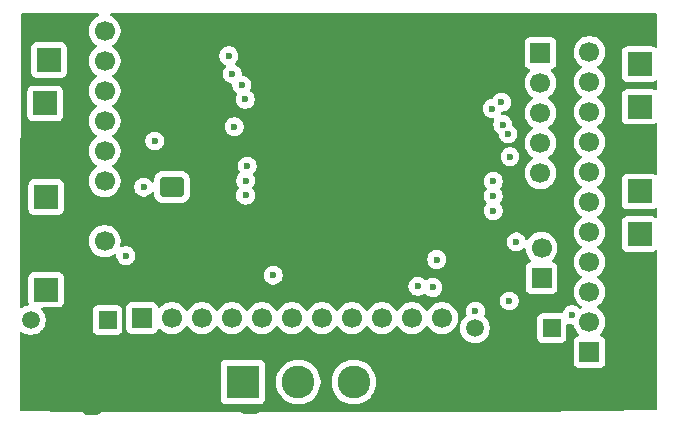
<source format=gbr>
%TF.GenerationSoftware,KiCad,Pcbnew,9.0.6*%
%TF.CreationDate,2025-11-30T21:08:30+05:30*%
%TF.ProjectId,Mini_Drone,4d696e69-5f44-4726-9f6e-652e6b696361,rev?*%
%TF.SameCoordinates,Original*%
%TF.FileFunction,Copper,L2,Inr*%
%TF.FilePolarity,Positive*%
%FSLAX46Y46*%
G04 Gerber Fmt 4.6, Leading zero omitted, Abs format (unit mm)*
G04 Created by KiCad (PCBNEW 9.0.6) date 2025-11-30 21:08:30*
%MOMM*%
%LPD*%
G01*
G04 APERTURE LIST*
G04 Aperture macros list*
%AMRoundRect*
0 Rectangle with rounded corners*
0 $1 Rounding radius*
0 $2 $3 $4 $5 $6 $7 $8 $9 X,Y pos of 4 corners*
0 Add a 4 corners polygon primitive as box body*
4,1,4,$2,$3,$4,$5,$6,$7,$8,$9,$2,$3,0*
0 Add four circle primitives for the rounded corners*
1,1,$1+$1,$2,$3*
1,1,$1+$1,$4,$5*
1,1,$1+$1,$6,$7*
1,1,$1+$1,$8,$9*
0 Add four rect primitives between the rounded corners*
20,1,$1+$1,$2,$3,$4,$5,0*
20,1,$1+$1,$4,$5,$6,$7,0*
20,1,$1+$1,$6,$7,$8,$9,0*
20,1,$1+$1,$8,$9,$2,$3,0*%
G04 Aperture macros list end*
%TA.AperFunction,ComponentPad*%
%ADD10R,2.000000X2.000000*%
%TD*%
%TA.AperFunction,ComponentPad*%
%ADD11R,1.508000X1.508000*%
%TD*%
%TA.AperFunction,ComponentPad*%
%ADD12C,1.508000*%
%TD*%
%TA.AperFunction,ComponentPad*%
%ADD13RoundRect,0.250000X-0.750000X0.600000X-0.750000X-0.600000X0.750000X-0.600000X0.750000X0.600000X0*%
%TD*%
%TA.AperFunction,ComponentPad*%
%ADD14O,2.000000X1.700000*%
%TD*%
%TA.AperFunction,HeatsinkPad*%
%ADD15C,0.600000*%
%TD*%
%TA.AperFunction,ComponentPad*%
%ADD16R,2.775000X2.775000*%
%TD*%
%TA.AperFunction,ComponentPad*%
%ADD17C,2.775000*%
%TD*%
%TA.AperFunction,ComponentPad*%
%ADD18R,1.700000X1.700000*%
%TD*%
%TA.AperFunction,ComponentPad*%
%ADD19C,1.700000*%
%TD*%
%TA.AperFunction,ViaPad*%
%ADD20C,0.600000*%
%TD*%
G04 APERTURE END LIST*
D10*
%TO.N,/M1*%
%TO.C,TP18*%
X193880000Y-75750000D03*
%TD*%
%TO.N,GND*%
%TO.C,TP27*%
X243890000Y-83278000D03*
%TD*%
%TO.N,/M4*%
%TO.C,TP21*%
X243890000Y-86872000D03*
%TD*%
%TO.N,/BAT+*%
%TO.C,TP25*%
X243890000Y-90466000D03*
%TD*%
D11*
%TO.N,/IO0*%
%TO.C,S1*%
X236450000Y-98450000D03*
D12*
X229950000Y-98450000D03*
%TO.N,GND*%
X236450000Y-102950000D03*
X229950000Y-102950000D03*
%TD*%
D10*
%TO.N,GND*%
%TO.C,TP29*%
X243890000Y-94060000D03*
%TD*%
%TO.N,/BAT+*%
%TO.C,TP22*%
X193570000Y-79420000D03*
%TD*%
D13*
%TO.N,/BAT+*%
%TO.C,J3*%
X204300000Y-86500000D03*
D14*
%TO.N,GND*%
X204300000Y-89000000D03*
%TD*%
D15*
%TO.N,GND*%
%TO.C,U1*%
X218100000Y-80260000D03*
X218100000Y-81660000D03*
X218800000Y-79560000D03*
X218800000Y-80960000D03*
X218800000Y-82360000D03*
X219500000Y-80260000D03*
X219500000Y-81660000D03*
X220200000Y-79560000D03*
X220200000Y-80960000D03*
X220200000Y-82360000D03*
X220900000Y-80260000D03*
X220900000Y-81660000D03*
%TD*%
D16*
%TO.N,Net-(U3-EN)*%
%TO.C,S2*%
X210300000Y-103000000D03*
D17*
%TO.N,/BAT+*%
X215000000Y-103000000D03*
%TO.N,unconnected-(S2-Pad3)*%
X219700000Y-103000000D03*
%TD*%
D10*
%TO.N,/BAT+*%
%TO.C,TP23*%
X243890000Y-79684000D03*
%TD*%
%TO.N,GND*%
%TO.C,TP28*%
X193650000Y-91264000D03*
%TD*%
%TO.N,/BAT+*%
%TO.C,TP24*%
X193650000Y-95190000D03*
%TD*%
D18*
%TO.N,/LED1*%
%TO.C,J8*%
X201760000Y-97590000D03*
D19*
%TO.N,/LED2*%
X204300000Y-97590000D03*
%TO.N,/LED3*%
X206840000Y-97590000D03*
%TO.N,/IO8*%
X209380000Y-97590000D03*
%TO.N,/USB_D-*%
X211920000Y-97590000D03*
%TO.N,/USB_D+*%
X214460000Y-97590000D03*
%TO.N,/IO10*%
X217000000Y-97590000D03*
%TO.N,/IO11*%
X219540000Y-97590000D03*
%TO.N,/IO12*%
X222080000Y-97590000D03*
%TO.N,/IO13*%
X224620000Y-97590000D03*
%TO.N,/IO42*%
X227160000Y-97590000D03*
%TD*%
D10*
%TO.N,GND*%
%TO.C,TP26*%
X193670000Y-83250000D03*
%TD*%
D18*
%TO.N,/IO14*%
%TO.C,J7*%
X239650000Y-100470000D03*
D19*
%TO.N,/IO21*%
X239650000Y-97930000D03*
%TO.N,/IO47*%
X239650000Y-95390000D03*
%TO.N,/IO48*%
X239650000Y-92850000D03*
%TO.N,/IO35*%
X239650000Y-90310000D03*
%TO.N,/IO36*%
X239650000Y-87770000D03*
%TO.N,/IO37*%
X239650000Y-85230000D03*
%TO.N,/IO38*%
X239650000Y-82690000D03*
%TO.N,/IO39*%
X239650000Y-80150000D03*
%TO.N,/IO49*%
X239650000Y-77610000D03*
%TO.N,/IO41*%
X239650000Y-75070000D03*
%TD*%
D11*
%TO.N,/EN*%
%TO.C,S3*%
X198850000Y-97750000D03*
D12*
X192350000Y-97750000D03*
%TO.N,GND*%
X198850000Y-102250000D03*
X192350000Y-102250000D03*
%TD*%
D18*
%TO.N,/RX1*%
%TO.C,J1*%
X235590000Y-94200000D03*
D19*
%TO.N,/TX1*%
X235590000Y-91660000D03*
%TD*%
D10*
%TO.N,/M2*%
%TO.C,TP20*%
X243890000Y-76090000D03*
%TD*%
%TO.N,/M3*%
%TO.C,TP19*%
X193650000Y-87338000D03*
%TD*%
D18*
%TO.N,+3V3*%
%TO.C,J4*%
X235500000Y-75150000D03*
D19*
%TO.N,/EN*%
X235500000Y-77690000D03*
%TO.N,/IO0*%
X235500000Y-80230000D03*
%TO.N,/TX0*%
X235500000Y-82770000D03*
%TO.N,/RX0*%
X235500000Y-85310000D03*
%TO.N,GND*%
X235500000Y-87850000D03*
%TD*%
%TO.N,unconnected-(U2-PadADO)*%
%TO.C,U2*%
X198602500Y-75832500D03*
%TO.N,GND*%
X198602500Y-88532500D03*
%TO.N,unconnected-(U2-PadINT)*%
X198602500Y-73292500D03*
%TO.N,/SCL*%
X198602500Y-85992500D03*
%TO.N,/SDA*%
X198602500Y-83452500D03*
%TO.N,+3V3*%
X198602500Y-91072500D03*
%TO.N,unconnected-(U2-PadXCL)*%
X198602500Y-78372500D03*
%TO.N,unconnected-(U2-PadXDA)*%
X198602500Y-80912500D03*
%TD*%
D20*
%TO.N,+3V3*%
X209110000Y-75380000D03*
%TO.N,GND*%
X213850000Y-95960000D03*
X204700000Y-77940000D03*
X205001000Y-82000000D03*
X207600000Y-93350000D03*
X229250000Y-94400000D03*
X206210000Y-73320000D03*
%TO.N,/SCL*%
X210500000Y-79070000D03*
%TO.N,/SDA*%
X210200000Y-77850000D03*
%TO.N,/EN*%
X209407500Y-76917500D03*
%TO.N,/TX1*%
X210540000Y-85950000D03*
%TO.N,/RX1*%
X210530000Y-87180000D03*
%TO.N,/LED1*%
X209586251Y-81386251D03*
X201900000Y-86500000D03*
%TO.N,/M1*%
X210670000Y-84710000D03*
%TO.N,/M3*%
X212870000Y-93950000D03*
%TO.N,/IO39*%
X232755000Y-81995000D03*
%TO.N,/IO38*%
X232920000Y-83921000D03*
%TO.N,/IO21*%
X225120000Y-94900000D03*
%TO.N,/IO49*%
X232295000Y-81205000D03*
%TO.N,/IO37*%
X231500000Y-86000000D03*
%TO.N,/IO48*%
X226715000Y-92630000D03*
%TO.N,/IO14*%
X238185735Y-97314265D03*
X230000000Y-97000000D03*
%TO.N,/IO47*%
X226390000Y-95000000D03*
%TO.N,/IO36*%
X231500000Y-87250000D03*
%TO.N,/IO42*%
X231430000Y-79850000D03*
X232860000Y-96140000D03*
X233453584Y-91140000D03*
%TO.N,/IO35*%
X231500000Y-88500000D03*
%TO.N,/IO41*%
X232200735Y-79310000D03*
%TO.N,Net-(U3-EN)*%
X200400000Y-92300000D03*
X202848765Y-82594765D03*
%TD*%
%TA.AperFunction,Conductor*%
%TO.N,GND*%
G36*
X198108230Y-71820185D02*
G01*
X198153985Y-71872989D01*
X198163929Y-71942147D01*
X198134904Y-72005703D01*
X198087738Y-72037047D01*
X198088581Y-72039082D01*
X198084089Y-72040941D01*
X197894679Y-72137451D01*
X197722713Y-72262390D01*
X197572390Y-72412713D01*
X197447451Y-72584679D01*
X197350944Y-72774085D01*
X197285253Y-72976260D01*
X197252000Y-73186213D01*
X197252000Y-73398787D01*
X197285254Y-73608743D01*
X197349317Y-73805909D01*
X197350944Y-73810914D01*
X197447451Y-74000320D01*
X197572390Y-74172286D01*
X197722713Y-74322609D01*
X197894682Y-74447550D01*
X197903446Y-74452016D01*
X197954242Y-74499991D01*
X197971036Y-74567812D01*
X197948498Y-74633947D01*
X197903446Y-74672984D01*
X197894682Y-74677449D01*
X197722713Y-74802390D01*
X197572390Y-74952713D01*
X197447451Y-75124679D01*
X197350944Y-75314085D01*
X197285253Y-75516260D01*
X197252000Y-75726213D01*
X197252000Y-75938786D01*
X197285098Y-76147763D01*
X197285254Y-76148743D01*
X197349123Y-76345312D01*
X197350944Y-76350914D01*
X197447451Y-76540320D01*
X197572390Y-76712286D01*
X197722713Y-76862609D01*
X197894682Y-76987550D01*
X197903446Y-76992016D01*
X197954242Y-77039991D01*
X197971036Y-77107812D01*
X197948498Y-77173947D01*
X197903446Y-77212984D01*
X197894682Y-77217449D01*
X197722713Y-77342390D01*
X197572390Y-77492713D01*
X197447451Y-77664679D01*
X197350944Y-77854085D01*
X197285253Y-78056260D01*
X197257867Y-78229171D01*
X197252000Y-78266213D01*
X197252000Y-78478787D01*
X197258070Y-78517112D01*
X197285169Y-78688211D01*
X197285254Y-78688743D01*
X197350177Y-78888556D01*
X197350944Y-78890914D01*
X197447451Y-79080320D01*
X197572390Y-79252286D01*
X197722713Y-79402609D01*
X197894682Y-79527550D01*
X197903446Y-79532016D01*
X197954242Y-79579991D01*
X197971036Y-79647812D01*
X197948498Y-79713947D01*
X197903446Y-79752984D01*
X197894682Y-79757449D01*
X197722713Y-79882390D01*
X197572390Y-80032713D01*
X197447451Y-80204679D01*
X197350944Y-80394085D01*
X197285253Y-80596260D01*
X197252000Y-80806213D01*
X197252000Y-81018786D01*
X197278246Y-81184500D01*
X197285254Y-81228743D01*
X197350177Y-81428556D01*
X197350944Y-81430914D01*
X197447451Y-81620320D01*
X197572390Y-81792286D01*
X197722713Y-81942609D01*
X197894682Y-82067550D01*
X197903446Y-82072016D01*
X197954242Y-82119991D01*
X197971036Y-82187812D01*
X197948498Y-82253947D01*
X197903446Y-82292984D01*
X197894682Y-82297449D01*
X197722713Y-82422390D01*
X197572390Y-82572713D01*
X197447451Y-82744679D01*
X197350944Y-82934085D01*
X197285253Y-83136260D01*
X197259444Y-83299211D01*
X197252000Y-83346213D01*
X197252000Y-83558787D01*
X197285254Y-83768743D01*
X197350177Y-83968556D01*
X197350944Y-83970914D01*
X197447451Y-84160320D01*
X197572390Y-84332286D01*
X197722713Y-84482609D01*
X197894682Y-84607550D01*
X197903446Y-84612016D01*
X197954242Y-84659991D01*
X197971036Y-84727812D01*
X197948498Y-84793947D01*
X197903446Y-84832984D01*
X197894682Y-84837449D01*
X197722713Y-84962390D01*
X197572390Y-85112713D01*
X197447451Y-85284679D01*
X197350944Y-85474085D01*
X197285253Y-85676260D01*
X197252000Y-85886213D01*
X197252000Y-86098786D01*
X197282306Y-86290135D01*
X197285254Y-86308743D01*
X197350740Y-86510288D01*
X197350944Y-86510914D01*
X197447451Y-86700320D01*
X197572390Y-86872286D01*
X197722713Y-87022609D01*
X197894679Y-87147548D01*
X197894681Y-87147549D01*
X197894684Y-87147551D01*
X198084088Y-87244057D01*
X198286257Y-87309746D01*
X198496213Y-87343000D01*
X198496214Y-87343000D01*
X198708786Y-87343000D01*
X198708787Y-87343000D01*
X198918743Y-87309746D01*
X199120912Y-87244057D01*
X199310316Y-87147551D01*
X199382556Y-87095066D01*
X199482286Y-87022609D01*
X199482288Y-87022606D01*
X199482292Y-87022604D01*
X199632604Y-86872292D01*
X199632606Y-86872288D01*
X199632609Y-86872286D01*
X199757548Y-86700320D01*
X199757547Y-86700320D01*
X199757551Y-86700316D01*
X199854057Y-86510912D01*
X199883222Y-86421153D01*
X201099500Y-86421153D01*
X201099500Y-86578846D01*
X201130261Y-86733489D01*
X201130264Y-86733501D01*
X201190602Y-86879172D01*
X201190609Y-86879185D01*
X201278210Y-87010288D01*
X201278213Y-87010292D01*
X201389707Y-87121786D01*
X201389711Y-87121789D01*
X201520814Y-87209390D01*
X201520827Y-87209397D01*
X201666498Y-87269735D01*
X201666503Y-87269737D01*
X201821153Y-87300499D01*
X201821156Y-87300500D01*
X201821158Y-87300500D01*
X201978844Y-87300500D01*
X201978845Y-87300499D01*
X202133497Y-87269737D01*
X202279179Y-87209394D01*
X202410289Y-87121789D01*
X202521789Y-87010289D01*
X202572399Y-86934544D01*
X202626009Y-86889742D01*
X202695334Y-86881033D01*
X202758362Y-86911188D01*
X202795081Y-86970630D01*
X202799500Y-87003436D01*
X202799500Y-87150001D01*
X202799501Y-87150018D01*
X202810000Y-87252796D01*
X202810001Y-87252799D01*
X202835201Y-87328846D01*
X202865186Y-87419334D01*
X202957288Y-87568656D01*
X203081344Y-87692712D01*
X203230666Y-87784814D01*
X203397203Y-87839999D01*
X203499991Y-87850500D01*
X205100008Y-87850499D01*
X205202797Y-87839999D01*
X205369334Y-87784814D01*
X205518656Y-87692712D01*
X205642712Y-87568656D01*
X205734814Y-87419334D01*
X205789999Y-87252797D01*
X205800500Y-87150009D01*
X205800500Y-87101153D01*
X209729500Y-87101153D01*
X209729500Y-87258846D01*
X209760261Y-87413489D01*
X209760264Y-87413501D01*
X209820602Y-87559172D01*
X209820609Y-87559185D01*
X209908210Y-87690288D01*
X209908213Y-87690292D01*
X210019707Y-87801786D01*
X210019711Y-87801789D01*
X210150814Y-87889390D01*
X210150827Y-87889397D01*
X210296498Y-87949735D01*
X210296503Y-87949737D01*
X210446045Y-87979483D01*
X210451153Y-87980499D01*
X210451156Y-87980500D01*
X210451158Y-87980500D01*
X210608844Y-87980500D01*
X210608845Y-87980499D01*
X210763497Y-87949737D01*
X210909179Y-87889394D01*
X211040289Y-87801789D01*
X211151789Y-87690289D01*
X211239394Y-87559179D01*
X211299737Y-87413497D01*
X211330500Y-87258842D01*
X211330500Y-87101158D01*
X211330500Y-87101155D01*
X211330499Y-87101153D01*
X211329288Y-87095066D01*
X211299737Y-86946503D01*
X211268996Y-86872286D01*
X211239397Y-86800827D01*
X211239390Y-86800814D01*
X211151789Y-86669711D01*
X211151786Y-86669707D01*
X211139759Y-86657680D01*
X211106274Y-86596357D01*
X211111258Y-86526665D01*
X211139758Y-86482319D01*
X211161789Y-86460289D01*
X211249394Y-86329179D01*
X211309737Y-86183497D01*
X211340500Y-86028842D01*
X211340500Y-85921153D01*
X230699500Y-85921153D01*
X230699500Y-86078846D01*
X230730261Y-86233489D01*
X230730264Y-86233501D01*
X230790602Y-86379172D01*
X230790609Y-86379185D01*
X230878210Y-86510288D01*
X230878213Y-86510292D01*
X230905240Y-86537319D01*
X230938725Y-86598642D01*
X230933741Y-86668334D01*
X230905240Y-86712681D01*
X230878213Y-86739707D01*
X230878210Y-86739711D01*
X230790609Y-86870814D01*
X230790602Y-86870827D01*
X230730264Y-87016498D01*
X230730261Y-87016510D01*
X230699500Y-87171153D01*
X230699500Y-87328846D01*
X230730261Y-87483489D01*
X230730264Y-87483501D01*
X230790602Y-87629172D01*
X230790609Y-87629185D01*
X230878210Y-87760288D01*
X230878213Y-87760292D01*
X230905240Y-87787319D01*
X230938725Y-87848642D01*
X230933741Y-87918334D01*
X230905240Y-87962681D01*
X230878213Y-87989707D01*
X230878210Y-87989711D01*
X230790609Y-88120814D01*
X230790602Y-88120827D01*
X230730264Y-88266498D01*
X230730261Y-88266510D01*
X230699500Y-88421153D01*
X230699500Y-88578846D01*
X230730261Y-88733489D01*
X230730264Y-88733501D01*
X230790602Y-88879172D01*
X230790609Y-88879185D01*
X230878210Y-89010288D01*
X230878213Y-89010292D01*
X230989707Y-89121786D01*
X230989711Y-89121789D01*
X231120814Y-89209390D01*
X231120827Y-89209397D01*
X231266498Y-89269735D01*
X231266503Y-89269737D01*
X231421153Y-89300499D01*
X231421156Y-89300500D01*
X231421158Y-89300500D01*
X231578844Y-89300500D01*
X231578845Y-89300499D01*
X231733497Y-89269737D01*
X231879179Y-89209394D01*
X232010289Y-89121789D01*
X232121789Y-89010289D01*
X232209394Y-88879179D01*
X232269737Y-88733497D01*
X232300500Y-88578842D01*
X232300500Y-88421158D01*
X232300500Y-88421155D01*
X232300499Y-88421153D01*
X232293481Y-88385870D01*
X232269737Y-88266503D01*
X232257230Y-88236308D01*
X232209397Y-88120827D01*
X232209390Y-88120814D01*
X232121789Y-87989711D01*
X232121786Y-87989707D01*
X232094760Y-87962681D01*
X232061275Y-87901358D01*
X232066259Y-87831666D01*
X232094760Y-87787319D01*
X232121786Y-87760292D01*
X232121789Y-87760289D01*
X232209394Y-87629179D01*
X232269737Y-87483497D01*
X232300500Y-87328842D01*
X232300500Y-87171158D01*
X232300500Y-87171155D01*
X232300499Y-87171153D01*
X232285364Y-87095066D01*
X232269737Y-87016503D01*
X232240745Y-86946510D01*
X232209397Y-86870827D01*
X232209390Y-86870814D01*
X232121789Y-86739711D01*
X232121786Y-86739707D01*
X232094760Y-86712681D01*
X232061275Y-86651358D01*
X232066259Y-86581666D01*
X232094760Y-86537319D01*
X232121786Y-86510292D01*
X232121789Y-86510289D01*
X232209394Y-86379179D01*
X232269737Y-86233497D01*
X232300500Y-86078842D01*
X232300500Y-85921158D01*
X232300500Y-85921155D01*
X232300499Y-85921153D01*
X232282052Y-85828414D01*
X232269737Y-85766503D01*
X232261743Y-85747203D01*
X232209397Y-85620827D01*
X232209390Y-85620814D01*
X232121789Y-85489711D01*
X232121786Y-85489707D01*
X232010292Y-85378213D01*
X232010288Y-85378210D01*
X231879185Y-85290609D01*
X231879172Y-85290602D01*
X231733501Y-85230264D01*
X231733489Y-85230261D01*
X231578845Y-85199500D01*
X231578842Y-85199500D01*
X231421158Y-85199500D01*
X231421155Y-85199500D01*
X231266510Y-85230261D01*
X231266498Y-85230264D01*
X231120827Y-85290602D01*
X231120814Y-85290609D01*
X230989711Y-85378210D01*
X230989707Y-85378213D01*
X230878213Y-85489707D01*
X230878210Y-85489711D01*
X230790609Y-85620814D01*
X230790602Y-85620827D01*
X230730264Y-85766498D01*
X230730261Y-85766510D01*
X230699500Y-85921153D01*
X211340500Y-85921153D01*
X211340500Y-85871158D01*
X211340500Y-85871155D01*
X211340499Y-85871153D01*
X211331143Y-85824116D01*
X211309737Y-85716503D01*
X211293067Y-85676257D01*
X211249397Y-85570827D01*
X211249390Y-85570814D01*
X211182509Y-85470720D01*
X211161631Y-85404043D01*
X211180115Y-85336662D01*
X211197926Y-85314151D01*
X211291789Y-85220289D01*
X211379394Y-85089179D01*
X211439737Y-84943497D01*
X211470500Y-84788842D01*
X211470500Y-84631158D01*
X211470500Y-84631155D01*
X211470499Y-84631153D01*
X211452922Y-84542789D01*
X211439737Y-84476503D01*
X211421009Y-84431289D01*
X211379397Y-84330827D01*
X211379390Y-84330814D01*
X211291789Y-84199711D01*
X211291786Y-84199707D01*
X211180292Y-84088213D01*
X211180288Y-84088210D01*
X211049185Y-84000609D01*
X211049172Y-84000602D01*
X210928519Y-83950627D01*
X210903501Y-83940264D01*
X210903489Y-83940261D01*
X210748845Y-83909500D01*
X210748842Y-83909500D01*
X210591158Y-83909500D01*
X210591155Y-83909500D01*
X210436510Y-83940261D01*
X210436498Y-83940264D01*
X210290827Y-84000602D01*
X210290814Y-84000609D01*
X210159711Y-84088210D01*
X210159707Y-84088213D01*
X210048213Y-84199707D01*
X210048210Y-84199711D01*
X209960609Y-84330814D01*
X209960602Y-84330827D01*
X209900264Y-84476498D01*
X209900261Y-84476510D01*
X209869500Y-84631153D01*
X209869500Y-84788846D01*
X209900261Y-84943489D01*
X209900264Y-84943501D01*
X209960602Y-85089172D01*
X209960609Y-85089185D01*
X210027490Y-85189279D01*
X210048368Y-85255957D01*
X210029883Y-85323337D01*
X210012070Y-85345851D01*
X209918210Y-85439711D01*
X209830609Y-85570814D01*
X209830602Y-85570827D01*
X209770264Y-85716498D01*
X209770261Y-85716510D01*
X209739500Y-85871153D01*
X209739500Y-86028846D01*
X209770261Y-86183489D01*
X209770264Y-86183501D01*
X209830602Y-86329172D01*
X209830609Y-86329185D01*
X209918210Y-86460288D01*
X209918213Y-86460292D01*
X209930240Y-86472319D01*
X209963725Y-86533642D01*
X209958741Y-86603334D01*
X209930240Y-86647681D01*
X209908213Y-86669707D01*
X209908210Y-86669711D01*
X209820609Y-86800814D01*
X209820602Y-86800827D01*
X209760264Y-86946498D01*
X209760261Y-86946510D01*
X209729500Y-87101153D01*
X205800500Y-87101153D01*
X205800499Y-86500000D01*
X205800499Y-85849998D01*
X205800498Y-85849981D01*
X205789999Y-85747203D01*
X205789998Y-85747200D01*
X205774192Y-85699500D01*
X205734814Y-85580666D01*
X205642712Y-85431344D01*
X205518656Y-85307288D01*
X205425888Y-85250069D01*
X205369336Y-85215187D01*
X205369331Y-85215185D01*
X205367862Y-85214698D01*
X205202797Y-85160001D01*
X205202795Y-85160000D01*
X205100010Y-85149500D01*
X203499998Y-85149500D01*
X203499981Y-85149501D01*
X203397203Y-85160000D01*
X203397200Y-85160001D01*
X203230668Y-85215185D01*
X203230663Y-85215187D01*
X203081342Y-85307289D01*
X202957289Y-85431342D01*
X202865187Y-85580663D01*
X202865185Y-85580668D01*
X202848948Y-85629669D01*
X202810001Y-85747203D01*
X202810001Y-85747204D01*
X202810000Y-85747204D01*
X202799500Y-85849983D01*
X202799500Y-85996561D01*
X202779815Y-86063600D01*
X202727011Y-86109355D01*
X202657853Y-86119299D01*
X202594297Y-86090274D01*
X202572398Y-86065452D01*
X202521789Y-85989711D01*
X202521786Y-85989707D01*
X202410292Y-85878213D01*
X202410288Y-85878210D01*
X202279185Y-85790609D01*
X202279172Y-85790602D01*
X202133501Y-85730264D01*
X202133489Y-85730261D01*
X201978845Y-85699500D01*
X201978842Y-85699500D01*
X201821158Y-85699500D01*
X201821155Y-85699500D01*
X201666510Y-85730261D01*
X201666498Y-85730264D01*
X201520827Y-85790602D01*
X201520814Y-85790609D01*
X201389711Y-85878210D01*
X201389707Y-85878213D01*
X201278213Y-85989707D01*
X201278210Y-85989711D01*
X201190609Y-86120814D01*
X201190602Y-86120827D01*
X201130264Y-86266498D01*
X201130261Y-86266510D01*
X201099500Y-86421153D01*
X199883222Y-86421153D01*
X199919746Y-86308743D01*
X199953000Y-86098787D01*
X199953000Y-85886213D01*
X199919746Y-85676257D01*
X199854057Y-85474088D01*
X199757551Y-85284684D01*
X199757549Y-85284681D01*
X199757548Y-85284679D01*
X199632609Y-85112713D01*
X199482286Y-84962390D01*
X199310320Y-84837451D01*
X199309615Y-84837091D01*
X199301554Y-84832985D01*
X199250759Y-84785012D01*
X199233963Y-84717192D01*
X199256499Y-84651056D01*
X199301554Y-84612015D01*
X199310316Y-84607551D01*
X199399458Y-84542786D01*
X199482286Y-84482609D01*
X199482288Y-84482606D01*
X199482292Y-84482604D01*
X199632604Y-84332292D01*
X199632606Y-84332288D01*
X199632609Y-84332286D01*
X199757548Y-84160320D01*
X199757547Y-84160320D01*
X199757551Y-84160316D01*
X199854057Y-83970912D01*
X199895894Y-83842153D01*
X232119500Y-83842153D01*
X232119500Y-83999846D01*
X232150261Y-84154489D01*
X232150264Y-84154501D01*
X232210602Y-84300172D01*
X232210609Y-84300185D01*
X232298210Y-84431288D01*
X232298213Y-84431292D01*
X232409707Y-84542786D01*
X232409711Y-84542789D01*
X232540814Y-84630390D01*
X232540827Y-84630397D01*
X232686498Y-84690735D01*
X232686503Y-84690737D01*
X232841153Y-84721499D01*
X232841156Y-84721500D01*
X232841158Y-84721500D01*
X232998844Y-84721500D01*
X232998845Y-84721499D01*
X233153497Y-84690737D01*
X233299179Y-84630394D01*
X233430289Y-84542789D01*
X233541789Y-84431289D01*
X233629394Y-84300179D01*
X233689737Y-84154497D01*
X233720500Y-83999842D01*
X233720500Y-83842158D01*
X233720500Y-83842155D01*
X233720499Y-83842153D01*
X233705896Y-83768739D01*
X233689737Y-83687503D01*
X233640980Y-83569792D01*
X233629397Y-83541827D01*
X233629390Y-83541814D01*
X233541789Y-83410711D01*
X233541786Y-83410707D01*
X233430292Y-83299213D01*
X233430288Y-83299210D01*
X233299185Y-83211609D01*
X233299172Y-83211602D01*
X233153501Y-83151264D01*
X233153489Y-83151261D01*
X232998845Y-83120500D01*
X232998842Y-83120500D01*
X232841158Y-83120500D01*
X232841155Y-83120500D01*
X232686510Y-83151261D01*
X232686498Y-83151264D01*
X232540827Y-83211602D01*
X232540814Y-83211609D01*
X232409711Y-83299210D01*
X232409707Y-83299213D01*
X232298213Y-83410707D01*
X232298210Y-83410711D01*
X232210609Y-83541814D01*
X232210602Y-83541827D01*
X232150264Y-83687498D01*
X232150261Y-83687510D01*
X232119500Y-83842153D01*
X199895894Y-83842153D01*
X199919746Y-83768743D01*
X199953000Y-83558787D01*
X199953000Y-83346213D01*
X199919746Y-83136257D01*
X199854057Y-82934088D01*
X199757551Y-82744684D01*
X199705914Y-82673611D01*
X199639876Y-82582716D01*
X199639875Y-82582715D01*
X199632607Y-82572711D01*
X199575814Y-82515918D01*
X202048265Y-82515918D01*
X202048265Y-82673611D01*
X202079026Y-82828254D01*
X202079029Y-82828266D01*
X202139367Y-82973937D01*
X202139374Y-82973950D01*
X202226975Y-83105053D01*
X202226978Y-83105057D01*
X202338472Y-83216551D01*
X202338476Y-83216554D01*
X202469579Y-83304155D01*
X202469592Y-83304162D01*
X202571114Y-83346213D01*
X202615268Y-83364502D01*
X202769918Y-83395264D01*
X202769921Y-83395265D01*
X202769923Y-83395265D01*
X202927609Y-83395265D01*
X202927610Y-83395264D01*
X203082262Y-83364502D01*
X203227944Y-83304159D01*
X203359054Y-83216554D01*
X203470554Y-83105054D01*
X203558159Y-82973944D01*
X203618502Y-82828262D01*
X203649265Y-82673607D01*
X203649265Y-82515923D01*
X203649265Y-82515920D01*
X203649264Y-82515918D01*
X203621070Y-82374179D01*
X203618502Y-82361268D01*
X203618500Y-82361263D01*
X203558162Y-82215592D01*
X203558155Y-82215579D01*
X203470554Y-82084476D01*
X203470551Y-82084472D01*
X203359057Y-81972978D01*
X203359053Y-81972975D01*
X203227950Y-81885374D01*
X203227937Y-81885367D01*
X203082266Y-81825029D01*
X203082254Y-81825026D01*
X202927610Y-81794265D01*
X202927607Y-81794265D01*
X202769923Y-81794265D01*
X202769920Y-81794265D01*
X202615275Y-81825026D01*
X202615263Y-81825029D01*
X202469592Y-81885367D01*
X202469579Y-81885374D01*
X202338476Y-81972975D01*
X202338472Y-81972978D01*
X202226978Y-82084472D01*
X202226975Y-82084476D01*
X202139374Y-82215579D01*
X202139367Y-82215592D01*
X202079029Y-82361263D01*
X202079026Y-82361275D01*
X202048265Y-82515918D01*
X199575814Y-82515918D01*
X199482286Y-82422390D01*
X199310320Y-82297451D01*
X199309615Y-82297091D01*
X199301554Y-82292985D01*
X199250759Y-82245012D01*
X199233963Y-82177192D01*
X199256499Y-82111056D01*
X199301554Y-82072015D01*
X199310316Y-82067551D01*
X199332289Y-82051586D01*
X199482286Y-81942609D01*
X199482288Y-81942606D01*
X199482292Y-81942604D01*
X199632604Y-81792292D01*
X199632606Y-81792288D01*
X199632609Y-81792286D01*
X199757548Y-81620320D01*
X199757547Y-81620320D01*
X199757551Y-81620316D01*
X199854057Y-81430912D01*
X199894187Y-81307404D01*
X208785751Y-81307404D01*
X208785751Y-81465097D01*
X208816512Y-81619740D01*
X208816515Y-81619752D01*
X208876853Y-81765423D01*
X208876860Y-81765436D01*
X208964461Y-81896539D01*
X208964464Y-81896543D01*
X209075958Y-82008037D01*
X209075962Y-82008040D01*
X209207065Y-82095641D01*
X209207078Y-82095648D01*
X209352749Y-82155986D01*
X209352754Y-82155988D01*
X209486038Y-82182500D01*
X209507404Y-82186750D01*
X209507407Y-82186751D01*
X209507409Y-82186751D01*
X209665095Y-82186751D01*
X209665096Y-82186750D01*
X209819748Y-82155988D01*
X209965430Y-82095645D01*
X210096540Y-82008040D01*
X210208040Y-81896540D01*
X210295645Y-81765430D01*
X210355988Y-81619748D01*
X210386751Y-81465093D01*
X210386751Y-81307409D01*
X210386751Y-81307406D01*
X210386750Y-81307404D01*
X210377341Y-81260104D01*
X210355988Y-81152754D01*
X210344972Y-81126158D01*
X210295648Y-81007078D01*
X210295641Y-81007065D01*
X210208040Y-80875962D01*
X210208037Y-80875958D01*
X210096543Y-80764464D01*
X210096539Y-80764461D01*
X209965436Y-80676860D01*
X209965423Y-80676853D01*
X209819752Y-80616515D01*
X209819740Y-80616512D01*
X209665096Y-80585751D01*
X209665093Y-80585751D01*
X209507409Y-80585751D01*
X209507406Y-80585751D01*
X209352761Y-80616512D01*
X209352749Y-80616515D01*
X209207078Y-80676853D01*
X209207065Y-80676860D01*
X209075962Y-80764461D01*
X209075958Y-80764464D01*
X208964464Y-80875958D01*
X208964461Y-80875962D01*
X208876860Y-81007065D01*
X208876853Y-81007078D01*
X208816515Y-81152749D01*
X208816512Y-81152761D01*
X208785751Y-81307404D01*
X199894187Y-81307404D01*
X199919746Y-81228743D01*
X199953000Y-81018787D01*
X199953000Y-80806213D01*
X199919746Y-80596257D01*
X199854057Y-80394088D01*
X199757551Y-80204684D01*
X199757549Y-80204681D01*
X199757548Y-80204679D01*
X199632609Y-80032713D01*
X199482286Y-79882390D01*
X199310320Y-79757451D01*
X199309615Y-79757091D01*
X199301554Y-79752985D01*
X199250759Y-79705012D01*
X199233963Y-79637192D01*
X199256499Y-79571056D01*
X199301554Y-79532015D01*
X199310316Y-79527551D01*
X199332289Y-79511586D01*
X199482286Y-79402609D01*
X199482288Y-79402606D01*
X199482292Y-79402604D01*
X199632604Y-79252292D01*
X199632606Y-79252288D01*
X199632609Y-79252286D01*
X199757548Y-79080320D01*
X199757547Y-79080320D01*
X199757551Y-79080316D01*
X199854057Y-78890912D01*
X199919746Y-78688743D01*
X199953000Y-78478787D01*
X199953000Y-78266213D01*
X199919746Y-78056257D01*
X199854057Y-77854088D01*
X199757551Y-77664684D01*
X199757549Y-77664681D01*
X199757548Y-77664679D01*
X199632609Y-77492713D01*
X199482286Y-77342390D01*
X199310320Y-77217451D01*
X199309615Y-77217091D01*
X199301554Y-77212985D01*
X199250759Y-77165012D01*
X199233963Y-77097192D01*
X199256499Y-77031056D01*
X199301554Y-76992015D01*
X199310316Y-76987551D01*
X199384513Y-76933644D01*
X199482286Y-76862609D01*
X199482288Y-76862606D01*
X199482292Y-76862604D01*
X199632604Y-76712292D01*
X199632606Y-76712288D01*
X199632609Y-76712286D01*
X199757548Y-76540320D01*
X199757547Y-76540320D01*
X199757551Y-76540316D01*
X199854057Y-76350912D01*
X199919746Y-76148743D01*
X199953000Y-75938787D01*
X199953000Y-75726213D01*
X199919746Y-75516257D01*
X199854057Y-75314088D01*
X199847466Y-75301153D01*
X208309500Y-75301153D01*
X208309500Y-75458846D01*
X208340261Y-75613489D01*
X208340264Y-75613501D01*
X208400602Y-75759172D01*
X208400609Y-75759185D01*
X208488210Y-75890288D01*
X208488213Y-75890292D01*
X208599707Y-76001786D01*
X208599711Y-76001789D01*
X208730814Y-76089390D01*
X208730823Y-76089395D01*
X208822911Y-76127539D01*
X208877314Y-76171380D01*
X208899379Y-76237674D01*
X208882100Y-76305373D01*
X208863140Y-76329781D01*
X208785710Y-76407211D01*
X208698109Y-76538314D01*
X208698102Y-76538327D01*
X208637764Y-76683998D01*
X208637761Y-76684010D01*
X208607000Y-76838653D01*
X208607000Y-76996346D01*
X208637761Y-77150989D01*
X208637764Y-77151001D01*
X208698102Y-77296672D01*
X208698109Y-77296685D01*
X208785710Y-77427788D01*
X208785713Y-77427792D01*
X208897207Y-77539286D01*
X208897211Y-77539289D01*
X209028314Y-77626890D01*
X209028327Y-77626897D01*
X209173998Y-77687235D01*
X209174003Y-77687237D01*
X209299691Y-77712238D01*
X209361602Y-77744622D01*
X209396176Y-77805338D01*
X209399500Y-77833855D01*
X209399500Y-77928846D01*
X209430261Y-78083489D01*
X209430264Y-78083501D01*
X209490602Y-78229172D01*
X209490609Y-78229185D01*
X209578210Y-78360288D01*
X209578213Y-78360292D01*
X209689707Y-78471786D01*
X209689711Y-78471789D01*
X209757541Y-78517112D01*
X209802346Y-78570724D01*
X209811053Y-78640049D01*
X209793242Y-78685320D01*
X209793479Y-78685447D01*
X209792394Y-78687476D01*
X209791756Y-78689099D01*
X209790611Y-78690812D01*
X209790602Y-78690828D01*
X209730264Y-78836498D01*
X209730261Y-78836510D01*
X209699500Y-78991153D01*
X209699500Y-79148846D01*
X209730261Y-79303489D01*
X209730264Y-79303501D01*
X209790602Y-79449172D01*
X209790609Y-79449185D01*
X209878210Y-79580288D01*
X209878213Y-79580292D01*
X209989707Y-79691786D01*
X209989711Y-79691789D01*
X210120814Y-79779390D01*
X210120827Y-79779397D01*
X210219558Y-79820292D01*
X210266503Y-79839737D01*
X210421153Y-79870499D01*
X210421156Y-79870500D01*
X210421158Y-79870500D01*
X210578844Y-79870500D01*
X210578845Y-79870499D01*
X210733497Y-79839737D01*
X210879179Y-79779394D01*
X210891513Y-79771153D01*
X230629500Y-79771153D01*
X230629500Y-79928846D01*
X230660261Y-80083489D01*
X230660264Y-80083501D01*
X230720602Y-80229172D01*
X230720609Y-80229185D01*
X230808210Y-80360288D01*
X230808213Y-80360292D01*
X230919707Y-80471786D01*
X230919711Y-80471789D01*
X231050814Y-80559390D01*
X231050827Y-80559397D01*
X231188717Y-80616512D01*
X231196503Y-80619737D01*
X231351153Y-80650499D01*
X231351156Y-80650500D01*
X231472647Y-80650500D01*
X231539686Y-80670185D01*
X231585441Y-80722989D01*
X231595385Y-80792147D01*
X231587208Y-80821952D01*
X231525264Y-80971498D01*
X231525261Y-80971510D01*
X231494500Y-81126153D01*
X231494500Y-81283846D01*
X231525261Y-81438489D01*
X231525264Y-81438501D01*
X231585602Y-81584172D01*
X231585609Y-81584185D01*
X231673210Y-81715288D01*
X231673213Y-81715292D01*
X231784708Y-81826787D01*
X231784711Y-81826789D01*
X231899392Y-81903416D01*
X231944196Y-81957026D01*
X231954500Y-82006517D01*
X231954500Y-82073846D01*
X231985261Y-82228489D01*
X231985264Y-82228501D01*
X232045602Y-82374172D01*
X232045609Y-82374185D01*
X232133210Y-82505288D01*
X232133213Y-82505292D01*
X232244707Y-82616786D01*
X232244711Y-82616789D01*
X232375814Y-82704390D01*
X232375827Y-82704397D01*
X232473090Y-82744684D01*
X232521503Y-82764737D01*
X232676153Y-82795499D01*
X232676156Y-82795500D01*
X232676158Y-82795500D01*
X232833844Y-82795500D01*
X232833845Y-82795499D01*
X232988497Y-82764737D01*
X233134179Y-82704394D01*
X233265289Y-82616789D01*
X233376789Y-82505289D01*
X233464394Y-82374179D01*
X233524737Y-82228497D01*
X233555500Y-82073842D01*
X233555500Y-81916158D01*
X233555500Y-81916155D01*
X233555499Y-81916153D01*
X233551598Y-81896540D01*
X233524737Y-81761503D01*
X233505594Y-81715288D01*
X233464397Y-81615827D01*
X233464390Y-81615814D01*
X233376789Y-81484711D01*
X233376786Y-81484707D01*
X233265292Y-81373213D01*
X233265288Y-81373210D01*
X233150609Y-81296584D01*
X233105804Y-81242972D01*
X233095500Y-81193482D01*
X233095500Y-81126155D01*
X233095499Y-81126153D01*
X233079996Y-81048215D01*
X233064737Y-80971503D01*
X233050785Y-80937820D01*
X233004397Y-80825827D01*
X233004390Y-80825814D01*
X232916789Y-80694711D01*
X232916786Y-80694707D01*
X232805292Y-80583213D01*
X232805288Y-80583210D01*
X232674185Y-80495609D01*
X232674172Y-80495602D01*
X232528501Y-80435264D01*
X232528489Y-80435261D01*
X232373845Y-80404500D01*
X232373842Y-80404500D01*
X232252353Y-80404500D01*
X232220883Y-80395259D01*
X232189081Y-80387143D01*
X232187515Y-80385461D01*
X232185314Y-80384815D01*
X232163839Y-80360032D01*
X232141470Y-80336006D01*
X232141062Y-80333745D01*
X232139559Y-80332011D01*
X232134890Y-80299542D01*
X232129063Y-80267247D01*
X232129820Y-80264280D01*
X232129615Y-80262853D01*
X232137791Y-80233049D01*
X232149542Y-80204679D01*
X232156845Y-80187047D01*
X232200684Y-80132645D01*
X232266978Y-80110579D01*
X232271406Y-80110500D01*
X232279579Y-80110500D01*
X232279580Y-80110499D01*
X232434232Y-80079737D01*
X232579914Y-80019394D01*
X232711024Y-79931789D01*
X232822524Y-79820289D01*
X232910129Y-79689179D01*
X232970472Y-79543497D01*
X233001235Y-79388842D01*
X233001235Y-79231158D01*
X233001235Y-79231155D01*
X233001234Y-79231153D01*
X233000649Y-79228210D01*
X232970472Y-79076503D01*
X232959287Y-79049500D01*
X232910132Y-78930827D01*
X232910125Y-78930814D01*
X232822524Y-78799711D01*
X232822521Y-78799707D01*
X232711027Y-78688213D01*
X232711023Y-78688210D01*
X232579920Y-78600609D01*
X232579907Y-78600602D01*
X232434236Y-78540264D01*
X232434224Y-78540261D01*
X232279580Y-78509500D01*
X232279577Y-78509500D01*
X232121893Y-78509500D01*
X232121890Y-78509500D01*
X231967245Y-78540261D01*
X231967233Y-78540264D01*
X231821562Y-78600602D01*
X231821549Y-78600609D01*
X231690446Y-78688210D01*
X231690442Y-78688213D01*
X231578948Y-78799707D01*
X231578945Y-78799711D01*
X231491344Y-78930814D01*
X231491340Y-78930821D01*
X231481453Y-78954692D01*
X231473889Y-78972952D01*
X231430051Y-79027355D01*
X231363757Y-79049421D01*
X231359329Y-79049500D01*
X231351155Y-79049500D01*
X231196510Y-79080261D01*
X231196498Y-79080264D01*
X231050827Y-79140602D01*
X231050814Y-79140609D01*
X230919711Y-79228210D01*
X230919707Y-79228213D01*
X230808213Y-79339707D01*
X230808210Y-79339711D01*
X230720609Y-79470814D01*
X230720602Y-79470827D01*
X230660264Y-79616498D01*
X230660261Y-79616510D01*
X230629500Y-79771153D01*
X210891513Y-79771153D01*
X211010289Y-79691789D01*
X211012906Y-79689172D01*
X211024694Y-79677385D01*
X211121786Y-79580292D01*
X211121789Y-79580289D01*
X211209394Y-79449179D01*
X211212294Y-79442179D01*
X211228686Y-79402604D01*
X211269737Y-79303497D01*
X211300500Y-79148842D01*
X211300500Y-78991158D01*
X211300500Y-78991155D01*
X211300499Y-78991153D01*
X211288497Y-78930814D01*
X211269737Y-78836503D01*
X211258161Y-78808556D01*
X211209397Y-78690827D01*
X211209390Y-78690814D01*
X211121789Y-78559711D01*
X211121786Y-78559707D01*
X211010292Y-78448213D01*
X211010288Y-78448210D01*
X210942458Y-78402887D01*
X210897653Y-78349275D01*
X210888946Y-78279949D01*
X210906761Y-78234672D01*
X210906525Y-78234546D01*
X210907611Y-78232513D01*
X210908249Y-78230891D01*
X210909394Y-78229179D01*
X210969737Y-78083497D01*
X211000500Y-77928842D01*
X211000500Y-77771158D01*
X211000500Y-77771155D01*
X211000499Y-77771153D01*
X210983807Y-77687237D01*
X210969737Y-77616503D01*
X210958966Y-77590499D01*
X210909397Y-77470827D01*
X210909390Y-77470814D01*
X210821789Y-77339711D01*
X210821786Y-77339707D01*
X210710292Y-77228213D01*
X210710288Y-77228210D01*
X210579185Y-77140609D01*
X210579172Y-77140602D01*
X210433501Y-77080264D01*
X210433491Y-77080261D01*
X210307808Y-77055261D01*
X210245897Y-77022876D01*
X210211323Y-76962160D01*
X210208000Y-76933644D01*
X210208000Y-76838655D01*
X210207999Y-76838653D01*
X210199887Y-76797870D01*
X210177237Y-76684003D01*
X210167252Y-76659896D01*
X210116897Y-76538327D01*
X210116890Y-76538314D01*
X210029289Y-76407211D01*
X210029286Y-76407207D01*
X209917792Y-76295713D01*
X209917788Y-76295710D01*
X209786685Y-76208109D01*
X209786675Y-76208104D01*
X209694588Y-76169960D01*
X209640185Y-76126119D01*
X209618120Y-76059824D01*
X209635399Y-75992125D01*
X209654356Y-75967721D01*
X209731789Y-75890289D01*
X209819394Y-75759179D01*
X209879737Y-75613497D01*
X209910500Y-75458842D01*
X209910500Y-75301158D01*
X209910500Y-75301155D01*
X209910499Y-75301153D01*
X209879738Y-75146510D01*
X209879737Y-75146503D01*
X209836504Y-75042128D01*
X209819397Y-75000827D01*
X209819390Y-75000814D01*
X209731789Y-74869711D01*
X209731786Y-74869707D01*
X209620292Y-74758213D01*
X209620288Y-74758210D01*
X209489185Y-74670609D01*
X209489172Y-74670602D01*
X209343501Y-74610264D01*
X209343489Y-74610261D01*
X209188845Y-74579500D01*
X209188842Y-74579500D01*
X209031158Y-74579500D01*
X209031155Y-74579500D01*
X208876510Y-74610261D01*
X208876498Y-74610264D01*
X208730827Y-74670602D01*
X208730814Y-74670609D01*
X208599711Y-74758210D01*
X208599707Y-74758213D01*
X208488213Y-74869707D01*
X208488210Y-74869711D01*
X208400609Y-75000814D01*
X208400602Y-75000827D01*
X208340264Y-75146498D01*
X208340261Y-75146510D01*
X208309500Y-75301153D01*
X199847466Y-75301153D01*
X199757551Y-75124684D01*
X199757549Y-75124681D01*
X199757548Y-75124679D01*
X199632609Y-74952713D01*
X199482286Y-74802390D01*
X199310320Y-74677451D01*
X199309615Y-74677091D01*
X199301554Y-74672985D01*
X199250759Y-74625012D01*
X199233963Y-74557192D01*
X199256499Y-74491056D01*
X199301554Y-74452015D01*
X199310316Y-74447551D01*
X199386154Y-74392452D01*
X199482286Y-74322609D01*
X199482288Y-74322606D01*
X199482292Y-74322604D01*
X199552761Y-74252135D01*
X234149500Y-74252135D01*
X234149500Y-76047870D01*
X234149501Y-76047876D01*
X234155908Y-76107483D01*
X234206202Y-76242328D01*
X234206206Y-76242335D01*
X234292452Y-76357544D01*
X234292455Y-76357547D01*
X234407664Y-76443793D01*
X234407671Y-76443797D01*
X234539082Y-76492810D01*
X234595016Y-76534681D01*
X234619433Y-76600145D01*
X234604582Y-76668418D01*
X234583431Y-76696673D01*
X234469889Y-76810215D01*
X234344951Y-76982179D01*
X234248444Y-77171585D01*
X234182753Y-77373760D01*
X234149500Y-77583713D01*
X234149500Y-77796286D01*
X234177996Y-77976206D01*
X234182754Y-78006243D01*
X234238452Y-78177664D01*
X234248444Y-78208414D01*
X234344951Y-78397820D01*
X234469890Y-78569786D01*
X234620213Y-78720109D01*
X234792182Y-78845050D01*
X234800946Y-78849516D01*
X234851742Y-78897491D01*
X234868536Y-78965312D01*
X234845998Y-79031447D01*
X234800946Y-79070484D01*
X234792182Y-79074949D01*
X234620213Y-79199890D01*
X234469890Y-79350213D01*
X234344951Y-79522179D01*
X234248444Y-79711585D01*
X234182753Y-79913760D01*
X234166022Y-80019397D01*
X234149500Y-80123713D01*
X234149500Y-80336287D01*
X234153302Y-80360289D01*
X234179782Y-80527483D01*
X234182754Y-80546243D01*
X234230994Y-80694711D01*
X234248444Y-80748414D01*
X234344951Y-80937820D01*
X234469890Y-81109786D01*
X234620213Y-81260109D01*
X234792182Y-81385050D01*
X234800946Y-81389516D01*
X234851742Y-81437491D01*
X234868536Y-81505312D01*
X234845998Y-81571447D01*
X234800946Y-81610484D01*
X234792182Y-81614949D01*
X234620213Y-81739890D01*
X234469890Y-81890213D01*
X234344951Y-82062179D01*
X234248444Y-82251585D01*
X234182753Y-82453760D01*
X234149500Y-82663713D01*
X234149500Y-82876286D01*
X234170082Y-83006239D01*
X234182754Y-83086243D01*
X234222449Y-83208412D01*
X234248444Y-83288414D01*
X234344951Y-83477820D01*
X234469890Y-83649786D01*
X234620213Y-83800109D01*
X234792182Y-83925050D01*
X234800946Y-83929516D01*
X234851742Y-83977491D01*
X234868536Y-84045312D01*
X234845998Y-84111447D01*
X234800946Y-84150484D01*
X234792182Y-84154949D01*
X234620213Y-84279890D01*
X234469890Y-84430213D01*
X234344951Y-84602179D01*
X234248444Y-84791585D01*
X234182753Y-84993760D01*
X234156423Y-85160001D01*
X234149500Y-85203713D01*
X234149500Y-85416287D01*
X234151885Y-85431344D01*
X234175535Y-85580668D01*
X234182754Y-85626243D01*
X234247053Y-85824135D01*
X234248444Y-85828414D01*
X234344951Y-86017820D01*
X234469890Y-86189786D01*
X234620213Y-86340109D01*
X234792179Y-86465048D01*
X234792181Y-86465049D01*
X234792184Y-86465051D01*
X234981588Y-86561557D01*
X235183757Y-86627246D01*
X235393713Y-86660500D01*
X235393714Y-86660500D01*
X235606286Y-86660500D01*
X235606287Y-86660500D01*
X235816243Y-86627246D01*
X236018412Y-86561557D01*
X236207816Y-86465051D01*
X236245749Y-86437491D01*
X236379786Y-86340109D01*
X236379788Y-86340106D01*
X236379792Y-86340104D01*
X236530104Y-86189792D01*
X236530106Y-86189788D01*
X236530109Y-86189786D01*
X236655048Y-86017820D01*
X236655047Y-86017820D01*
X236655051Y-86017816D01*
X236751557Y-85828412D01*
X236817246Y-85626243D01*
X236850500Y-85416287D01*
X236850500Y-85203713D01*
X236817246Y-84993757D01*
X236751557Y-84791588D01*
X236655051Y-84602184D01*
X236655049Y-84602181D01*
X236655048Y-84602179D01*
X236530109Y-84430213D01*
X236379786Y-84279890D01*
X236207820Y-84154951D01*
X236206913Y-84154489D01*
X236199054Y-84150485D01*
X236148259Y-84102512D01*
X236131463Y-84034692D01*
X236153999Y-83968556D01*
X236199054Y-83929515D01*
X236207816Y-83925051D01*
X236245749Y-83897491D01*
X236379786Y-83800109D01*
X236379788Y-83800106D01*
X236379792Y-83800104D01*
X236530104Y-83649792D01*
X236530106Y-83649788D01*
X236530109Y-83649786D01*
X236655048Y-83477820D01*
X236655047Y-83477820D01*
X236655051Y-83477816D01*
X236751557Y-83288412D01*
X236817246Y-83086243D01*
X236850500Y-82876287D01*
X236850500Y-82663713D01*
X236817246Y-82453757D01*
X236751557Y-82251588D01*
X236655051Y-82062184D01*
X236655049Y-82062181D01*
X236655048Y-82062179D01*
X236530109Y-81890213D01*
X236379786Y-81739890D01*
X236207820Y-81614951D01*
X236207115Y-81614591D01*
X236199054Y-81610485D01*
X236148259Y-81562512D01*
X236131463Y-81494692D01*
X236153999Y-81428556D01*
X236199054Y-81389515D01*
X236207816Y-81385051D01*
X236245749Y-81357491D01*
X236379786Y-81260109D01*
X236379788Y-81260106D01*
X236379792Y-81260104D01*
X236530104Y-81109792D01*
X236530106Y-81109788D01*
X236530109Y-81109786D01*
X236655048Y-80937820D01*
X236655047Y-80937820D01*
X236655051Y-80937816D01*
X236751557Y-80748412D01*
X236817246Y-80546243D01*
X236850500Y-80336287D01*
X236850500Y-80123713D01*
X236817246Y-79913757D01*
X236751557Y-79711588D01*
X236655051Y-79522184D01*
X236655049Y-79522181D01*
X236655048Y-79522179D01*
X236530109Y-79350213D01*
X236379786Y-79199890D01*
X236207820Y-79074951D01*
X236207115Y-79074591D01*
X236199054Y-79070485D01*
X236148259Y-79022512D01*
X236131463Y-78954692D01*
X236153999Y-78888556D01*
X236199054Y-78849515D01*
X236207816Y-78845051D01*
X236245749Y-78817491D01*
X236379786Y-78720109D01*
X236379788Y-78720106D01*
X236379792Y-78720104D01*
X236530104Y-78569792D01*
X236530106Y-78569788D01*
X236530109Y-78569786D01*
X236655048Y-78397820D01*
X236655047Y-78397820D01*
X236655051Y-78397816D01*
X236751557Y-78208412D01*
X236817246Y-78006243D01*
X236850500Y-77796287D01*
X236850500Y-77583713D01*
X236817246Y-77373757D01*
X236751557Y-77171588D01*
X236655051Y-76982184D01*
X236655049Y-76982181D01*
X236655048Y-76982179D01*
X236530109Y-76810213D01*
X236416569Y-76696673D01*
X236383084Y-76635350D01*
X236388068Y-76565658D01*
X236429940Y-76509725D01*
X236460915Y-76492810D01*
X236592331Y-76443796D01*
X236707546Y-76357546D01*
X236793796Y-76242331D01*
X236844091Y-76107483D01*
X236850500Y-76047873D01*
X236850499Y-74252128D01*
X236844091Y-74192517D01*
X236836546Y-74172289D01*
X236793797Y-74057671D01*
X236793793Y-74057664D01*
X236707547Y-73942455D01*
X236707544Y-73942452D01*
X236592335Y-73856206D01*
X236592328Y-73856202D01*
X236457482Y-73805908D01*
X236457483Y-73805908D01*
X236397883Y-73799501D01*
X236397881Y-73799500D01*
X236397873Y-73799500D01*
X236397864Y-73799500D01*
X234602129Y-73799500D01*
X234602123Y-73799501D01*
X234542516Y-73805908D01*
X234407671Y-73856202D01*
X234407664Y-73856206D01*
X234292455Y-73942452D01*
X234292452Y-73942455D01*
X234206206Y-74057664D01*
X234206202Y-74057671D01*
X234155908Y-74192517D01*
X234149782Y-74249500D01*
X234149501Y-74252123D01*
X234149500Y-74252135D01*
X199552761Y-74252135D01*
X199632604Y-74172292D01*
X199757551Y-74000316D01*
X199854057Y-73810912D01*
X199919746Y-73608743D01*
X199953000Y-73398787D01*
X199953000Y-73186213D01*
X199919746Y-72976257D01*
X199854057Y-72774088D01*
X199757551Y-72584684D01*
X199757549Y-72584681D01*
X199757548Y-72584679D01*
X199632609Y-72412713D01*
X199482286Y-72262390D01*
X199310320Y-72137451D01*
X199120910Y-72040941D01*
X199116419Y-72039082D01*
X199117319Y-72036908D01*
X199067649Y-72002789D01*
X199040587Y-71938373D01*
X199052648Y-71869552D01*
X199100002Y-71818177D01*
X199163809Y-71800500D01*
X245280489Y-71800500D01*
X245347528Y-71820185D01*
X245393283Y-71872989D01*
X245404488Y-71924501D01*
X245404487Y-72036908D01*
X245404442Y-74602186D01*
X245384756Y-74669225D01*
X245331951Y-74714979D01*
X245262793Y-74724922D01*
X245206131Y-74701451D01*
X245174071Y-74677451D01*
X245164928Y-74670606D01*
X245132330Y-74646203D01*
X245132328Y-74646202D01*
X244997482Y-74595908D01*
X244997483Y-74595908D01*
X244937883Y-74589501D01*
X244937881Y-74589500D01*
X244937873Y-74589500D01*
X244937864Y-74589500D01*
X242842129Y-74589500D01*
X242842123Y-74589501D01*
X242782516Y-74595908D01*
X242647671Y-74646202D01*
X242647664Y-74646206D01*
X242532455Y-74732452D01*
X242532452Y-74732455D01*
X242446206Y-74847664D01*
X242446202Y-74847671D01*
X242395908Y-74982517D01*
X242389501Y-75042116D01*
X242389500Y-75042135D01*
X242389500Y-77137870D01*
X242389501Y-77137876D01*
X242395908Y-77197483D01*
X242446202Y-77332328D01*
X242446206Y-77332335D01*
X242532452Y-77447544D01*
X242532455Y-77447547D01*
X242647664Y-77533793D01*
X242647671Y-77533797D01*
X242782517Y-77584091D01*
X242782516Y-77584091D01*
X242789444Y-77584835D01*
X242842127Y-77590500D01*
X244937872Y-77590499D01*
X244997483Y-77584091D01*
X245132331Y-77533796D01*
X245206082Y-77478585D01*
X245271543Y-77454169D01*
X245339816Y-77469020D01*
X245389222Y-77518424D01*
X245404391Y-77577855D01*
X245404381Y-78196140D01*
X245384695Y-78263179D01*
X245331891Y-78308933D01*
X245262732Y-78318876D01*
X245206070Y-78295405D01*
X245185423Y-78279949D01*
X245132331Y-78240204D01*
X245132329Y-78240203D01*
X245132328Y-78240202D01*
X244997482Y-78189908D01*
X244997483Y-78189908D01*
X244937883Y-78183501D01*
X244937881Y-78183500D01*
X244937873Y-78183500D01*
X244937864Y-78183500D01*
X242842129Y-78183500D01*
X242842123Y-78183501D01*
X242782516Y-78189908D01*
X242647671Y-78240202D01*
X242647664Y-78240206D01*
X242532455Y-78326452D01*
X242532452Y-78326455D01*
X242446206Y-78441664D01*
X242446202Y-78441671D01*
X242395908Y-78576517D01*
X242389501Y-78636116D01*
X242389500Y-78636135D01*
X242389500Y-80731870D01*
X242389501Y-80731876D01*
X242395908Y-80791483D01*
X242446202Y-80926328D01*
X242446206Y-80926335D01*
X242532452Y-81041544D01*
X242532455Y-81041547D01*
X242647664Y-81127793D01*
X242647671Y-81127797D01*
X242782517Y-81178091D01*
X242782516Y-81178091D01*
X242789444Y-81178835D01*
X242842127Y-81184500D01*
X244937872Y-81184499D01*
X244997483Y-81178091D01*
X245132331Y-81127796D01*
X245206021Y-81072631D01*
X245271480Y-81048215D01*
X245339754Y-81063066D01*
X245389160Y-81112470D01*
X245404329Y-81171901D01*
X245404257Y-85384047D01*
X245384571Y-85451086D01*
X245331767Y-85496840D01*
X245262608Y-85506783D01*
X245205946Y-85483312D01*
X245132331Y-85428204D01*
X245132328Y-85428202D01*
X244997482Y-85377908D01*
X244997483Y-85377908D01*
X244937883Y-85371501D01*
X244937881Y-85371500D01*
X244937873Y-85371500D01*
X244937864Y-85371500D01*
X242842129Y-85371500D01*
X242842123Y-85371501D01*
X242782516Y-85377908D01*
X242647671Y-85428202D01*
X242647664Y-85428206D01*
X242532455Y-85514452D01*
X242532452Y-85514455D01*
X242446206Y-85629664D01*
X242446202Y-85629671D01*
X242395908Y-85764517D01*
X242389501Y-85824116D01*
X242389500Y-85824135D01*
X242389500Y-87919870D01*
X242389501Y-87919876D01*
X242395908Y-87979483D01*
X242446202Y-88114328D01*
X242446206Y-88114335D01*
X242532452Y-88229544D01*
X242532455Y-88229547D01*
X242647664Y-88315793D01*
X242647671Y-88315797D01*
X242782517Y-88366091D01*
X242782516Y-88366091D01*
X242789444Y-88366835D01*
X242842127Y-88372500D01*
X244937872Y-88372499D01*
X244997483Y-88366091D01*
X245132331Y-88315796D01*
X245205895Y-88260725D01*
X245271358Y-88236308D01*
X245339631Y-88251159D01*
X245389037Y-88300564D01*
X245404206Y-88359994D01*
X245404195Y-88978001D01*
X245384509Y-89045040D01*
X245331704Y-89090794D01*
X245262546Y-89100737D01*
X245205884Y-89077266D01*
X245132330Y-89022203D01*
X245132328Y-89022202D01*
X244997482Y-88971908D01*
X244997483Y-88971908D01*
X244937883Y-88965501D01*
X244937881Y-88965500D01*
X244937873Y-88965500D01*
X244937864Y-88965500D01*
X242842129Y-88965500D01*
X242842123Y-88965501D01*
X242782516Y-88971908D01*
X242647671Y-89022202D01*
X242647664Y-89022206D01*
X242532455Y-89108452D01*
X242532452Y-89108455D01*
X242446206Y-89223664D01*
X242446202Y-89223671D01*
X242395908Y-89358517D01*
X242389501Y-89418116D01*
X242389500Y-89418135D01*
X242389500Y-91513870D01*
X242389501Y-91513876D01*
X242395908Y-91573483D01*
X242446202Y-91708328D01*
X242446206Y-91708335D01*
X242532452Y-91823544D01*
X242532455Y-91823547D01*
X242647664Y-91909793D01*
X242647671Y-91909797D01*
X242782517Y-91960091D01*
X242782516Y-91960091D01*
X242789444Y-91960835D01*
X242842127Y-91966500D01*
X244937872Y-91966499D01*
X244997483Y-91960091D01*
X245132331Y-91909796D01*
X245205834Y-91854770D01*
X245271296Y-91830354D01*
X245339569Y-91845205D01*
X245388975Y-91894609D01*
X245404144Y-91954040D01*
X245403915Y-105285408D01*
X245384229Y-105352447D01*
X245331425Y-105398201D01*
X245280957Y-105409402D01*
X234559898Y-105499496D01*
X234558856Y-105499500D01*
X226434108Y-105499500D01*
X226306814Y-105533608D01*
X226306809Y-105533610D01*
X226273162Y-105553036D01*
X226212206Y-105569644D01*
X224810282Y-105581425D01*
X224747240Y-105564816D01*
X224724918Y-105551929D01*
X224693187Y-105533608D01*
X224629539Y-105516554D01*
X224565892Y-105499500D01*
X211965892Y-105499500D01*
X211834108Y-105499500D01*
X211706812Y-105533608D01*
X211592686Y-105599500D01*
X211534787Y-105657398D01*
X211473463Y-105690882D01*
X211448149Y-105693711D01*
X210363052Y-105702829D01*
X210295849Y-105683708D01*
X210274329Y-105666515D01*
X210254420Y-105646606D01*
X210207314Y-105599500D01*
X210147240Y-105564816D01*
X210093187Y-105533608D01*
X210029539Y-105516554D01*
X209965892Y-105499500D01*
X198565892Y-105499500D01*
X198434108Y-105499500D01*
X198306812Y-105533608D01*
X198192686Y-105599500D01*
X198192683Y-105599502D01*
X198099502Y-105692683D01*
X198099497Y-105692689D01*
X198069273Y-105745038D01*
X198018705Y-105793253D01*
X197962929Y-105807032D01*
X197043613Y-105814758D01*
X197031552Y-105811326D01*
X197019071Y-105812515D01*
X196998582Y-105801945D01*
X196976411Y-105795637D01*
X196966628Y-105785461D01*
X196956977Y-105780482D01*
X196935169Y-105752736D01*
X196933771Y-105750314D01*
X196901527Y-105694030D01*
X196901524Y-105694027D01*
X196901511Y-105694004D01*
X196901083Y-105693445D01*
X196901083Y-105693446D01*
X196900502Y-105692690D01*
X196900500Y-105692686D01*
X196854715Y-105646901D01*
X196854421Y-105646606D01*
X196808654Y-105600531D01*
X196808102Y-105600105D01*
X196807810Y-105599880D01*
X196807331Y-105599510D01*
X196776007Y-105581425D01*
X196751118Y-105567055D01*
X196750871Y-105566912D01*
X196694741Y-105534254D01*
X196693965Y-105533929D01*
X196693714Y-105533825D01*
X196693212Y-105533614D01*
X196630400Y-105516784D01*
X196630400Y-105516783D01*
X196629805Y-105516623D01*
X196567568Y-105499724D01*
X196566717Y-105499721D01*
X196565892Y-105499500D01*
X196565888Y-105499500D01*
X196500846Y-105499500D01*
X196500430Y-105499499D01*
X191530791Y-105482844D01*
X191463818Y-105462935D01*
X191418241Y-105409978D01*
X191407207Y-105358505D01*
X191407224Y-105352447D01*
X191417599Y-101564635D01*
X208412000Y-101564635D01*
X208412000Y-104435370D01*
X208412001Y-104435376D01*
X208418408Y-104494983D01*
X208468702Y-104629828D01*
X208468706Y-104629835D01*
X208554952Y-104745044D01*
X208554955Y-104745047D01*
X208670164Y-104831293D01*
X208670171Y-104831297D01*
X208805017Y-104881591D01*
X208805016Y-104881591D01*
X208811944Y-104882335D01*
X208864627Y-104888000D01*
X211735372Y-104887999D01*
X211794983Y-104881591D01*
X211929831Y-104831296D01*
X212045046Y-104745046D01*
X212131296Y-104629831D01*
X212181591Y-104494983D01*
X212188000Y-104435373D01*
X212187999Y-102876260D01*
X213112000Y-102876260D01*
X213112000Y-103123739D01*
X213112001Y-103123756D01*
X213144303Y-103369117D01*
X213208361Y-103608184D01*
X213303069Y-103836829D01*
X213303074Y-103836840D01*
X213426812Y-104051159D01*
X213426823Y-104051175D01*
X213577479Y-104247514D01*
X213577485Y-104247521D01*
X213752478Y-104422514D01*
X213752485Y-104422520D01*
X213846921Y-104494983D01*
X213948833Y-104573183D01*
X213948840Y-104573187D01*
X214163159Y-104696925D01*
X214163164Y-104696927D01*
X214163167Y-104696929D01*
X214391820Y-104791640D01*
X214630879Y-104855696D01*
X214876254Y-104888000D01*
X214876261Y-104888000D01*
X215123739Y-104888000D01*
X215123746Y-104888000D01*
X215369121Y-104855696D01*
X215608180Y-104791640D01*
X215836833Y-104696929D01*
X216051167Y-104573183D01*
X216247516Y-104422519D01*
X216422519Y-104247516D01*
X216573183Y-104051167D01*
X216696929Y-103836833D01*
X216791640Y-103608180D01*
X216855696Y-103369121D01*
X216888000Y-103123746D01*
X216888000Y-102876260D01*
X217812000Y-102876260D01*
X217812000Y-103123739D01*
X217812001Y-103123756D01*
X217844303Y-103369117D01*
X217908361Y-103608184D01*
X218003069Y-103836829D01*
X218003074Y-103836840D01*
X218126812Y-104051159D01*
X218126823Y-104051175D01*
X218277479Y-104247514D01*
X218277485Y-104247521D01*
X218452478Y-104422514D01*
X218452485Y-104422520D01*
X218546921Y-104494983D01*
X218648833Y-104573183D01*
X218648840Y-104573187D01*
X218863159Y-104696925D01*
X218863164Y-104696927D01*
X218863167Y-104696929D01*
X219091820Y-104791640D01*
X219330879Y-104855696D01*
X219576254Y-104888000D01*
X219576261Y-104888000D01*
X219823739Y-104888000D01*
X219823746Y-104888000D01*
X220069121Y-104855696D01*
X220308180Y-104791640D01*
X220536833Y-104696929D01*
X220751167Y-104573183D01*
X220947516Y-104422519D01*
X221122519Y-104247516D01*
X221273183Y-104051167D01*
X221396929Y-103836833D01*
X221491640Y-103608180D01*
X221555696Y-103369121D01*
X221588000Y-103123746D01*
X221588000Y-102876254D01*
X221555696Y-102630879D01*
X221491640Y-102391820D01*
X221396929Y-102163167D01*
X221396927Y-102163164D01*
X221396925Y-102163159D01*
X221273187Y-101948840D01*
X221273183Y-101948833D01*
X221122519Y-101752484D01*
X221122514Y-101752478D01*
X220947521Y-101577485D01*
X220947514Y-101577479D01*
X220751175Y-101426823D01*
X220751173Y-101426821D01*
X220751167Y-101426817D01*
X220751162Y-101426814D01*
X220751159Y-101426812D01*
X220536840Y-101303074D01*
X220536829Y-101303069D01*
X220308184Y-101208361D01*
X220069117Y-101144303D01*
X219823756Y-101112001D01*
X219823751Y-101112000D01*
X219823746Y-101112000D01*
X219576254Y-101112000D01*
X219576248Y-101112000D01*
X219576243Y-101112001D01*
X219330882Y-101144303D01*
X219091815Y-101208361D01*
X218863170Y-101303069D01*
X218863159Y-101303074D01*
X218648840Y-101426812D01*
X218648824Y-101426823D01*
X218452485Y-101577479D01*
X218452478Y-101577485D01*
X218277485Y-101752478D01*
X218277479Y-101752485D01*
X218126823Y-101948824D01*
X218126812Y-101948840D01*
X218003074Y-102163159D01*
X218003069Y-102163170D01*
X217908361Y-102391815D01*
X217844303Y-102630882D01*
X217812001Y-102876243D01*
X217812000Y-102876260D01*
X216888000Y-102876260D01*
X216888000Y-102876254D01*
X216855696Y-102630879D01*
X216791640Y-102391820D01*
X216696929Y-102163167D01*
X216696927Y-102163164D01*
X216696925Y-102163159D01*
X216573187Y-101948840D01*
X216573183Y-101948833D01*
X216422519Y-101752484D01*
X216422514Y-101752478D01*
X216247521Y-101577485D01*
X216247514Y-101577479D01*
X216051175Y-101426823D01*
X216051173Y-101426821D01*
X216051167Y-101426817D01*
X216051162Y-101426814D01*
X216051159Y-101426812D01*
X215836840Y-101303074D01*
X215836829Y-101303069D01*
X215608184Y-101208361D01*
X215369117Y-101144303D01*
X215123756Y-101112001D01*
X215123751Y-101112000D01*
X215123746Y-101112000D01*
X214876254Y-101112000D01*
X214876248Y-101112000D01*
X214876243Y-101112001D01*
X214630882Y-101144303D01*
X214391815Y-101208361D01*
X214163170Y-101303069D01*
X214163159Y-101303074D01*
X213948840Y-101426812D01*
X213948824Y-101426823D01*
X213752485Y-101577479D01*
X213752478Y-101577485D01*
X213577485Y-101752478D01*
X213577479Y-101752485D01*
X213426823Y-101948824D01*
X213426812Y-101948840D01*
X213303074Y-102163159D01*
X213303069Y-102163170D01*
X213208361Y-102391815D01*
X213144303Y-102630882D01*
X213112001Y-102876243D01*
X213112000Y-102876260D01*
X212187999Y-102876260D01*
X212187999Y-101564628D01*
X212181591Y-101505017D01*
X212152672Y-101427482D01*
X212131297Y-101370171D01*
X212131293Y-101370164D01*
X212045047Y-101254955D01*
X212045044Y-101254952D01*
X211929835Y-101168706D01*
X211929828Y-101168702D01*
X211794982Y-101118408D01*
X211794983Y-101118408D01*
X211735383Y-101112001D01*
X211735381Y-101112000D01*
X211735373Y-101112000D01*
X211735364Y-101112000D01*
X208864629Y-101112000D01*
X208864623Y-101112001D01*
X208805016Y-101118408D01*
X208670171Y-101168702D01*
X208670164Y-101168706D01*
X208554955Y-101254952D01*
X208554952Y-101254955D01*
X208468706Y-101370164D01*
X208468702Y-101370171D01*
X208418408Y-101505017D01*
X208412247Y-101562328D01*
X208412001Y-101564623D01*
X208412000Y-101564635D01*
X191417599Y-101564635D01*
X191424976Y-98871599D01*
X191444845Y-98804617D01*
X191497774Y-98759007D01*
X191566959Y-98749253D01*
X191621861Y-98771623D01*
X191692499Y-98822944D01*
X191868439Y-98912591D01*
X191988435Y-98951580D01*
X192056236Y-98973610D01*
X192251264Y-99004500D01*
X192251269Y-99004500D01*
X192448736Y-99004500D01*
X192643763Y-98973610D01*
X192685330Y-98960104D01*
X192831561Y-98912591D01*
X193007501Y-98822944D01*
X193112955Y-98746328D01*
X193167246Y-98706884D01*
X193167248Y-98706881D01*
X193167252Y-98706879D01*
X193306879Y-98567252D01*
X193306881Y-98567248D01*
X193306884Y-98567246D01*
X193364551Y-98487873D01*
X193422944Y-98407501D01*
X193512591Y-98231561D01*
X193573610Y-98043763D01*
X193587595Y-97955466D01*
X193604500Y-97848736D01*
X193604500Y-97651263D01*
X193573610Y-97456236D01*
X193541613Y-97357761D01*
X193512591Y-97268439D01*
X193422944Y-97092499D01*
X193413022Y-97078842D01*
X193370403Y-97020181D01*
X193370395Y-97020172D01*
X193318058Y-96948135D01*
X197595500Y-96948135D01*
X197595500Y-98551870D01*
X197595501Y-98551876D01*
X197601908Y-98611483D01*
X197652202Y-98746328D01*
X197652206Y-98746335D01*
X197738452Y-98861544D01*
X197738455Y-98861547D01*
X197853664Y-98947793D01*
X197853671Y-98947797D01*
X197988517Y-98998091D01*
X197988516Y-98998091D01*
X197995444Y-98998835D01*
X198048127Y-99004500D01*
X199651872Y-99004499D01*
X199711483Y-98998091D01*
X199846331Y-98947796D01*
X199961546Y-98861546D01*
X200047796Y-98746331D01*
X200098091Y-98611483D01*
X200104500Y-98551873D01*
X200104499Y-96948128D01*
X200098091Y-96888517D01*
X200095728Y-96882182D01*
X200047796Y-96753669D01*
X200047794Y-96753666D01*
X200001732Y-96692135D01*
X200409500Y-96692135D01*
X200409500Y-98487870D01*
X200409501Y-98487876D01*
X200415908Y-98547483D01*
X200466202Y-98682328D01*
X200466206Y-98682335D01*
X200552452Y-98797544D01*
X200552455Y-98797547D01*
X200667664Y-98883793D01*
X200667671Y-98883797D01*
X200802517Y-98934091D01*
X200802516Y-98934091D01*
X200809444Y-98934835D01*
X200862127Y-98940500D01*
X202657872Y-98940499D01*
X202717483Y-98934091D01*
X202852331Y-98883796D01*
X202967546Y-98797546D01*
X203053796Y-98682331D01*
X203102810Y-98550916D01*
X203144681Y-98494984D01*
X203210145Y-98470566D01*
X203278418Y-98485417D01*
X203306673Y-98506569D01*
X203420213Y-98620109D01*
X203592179Y-98745048D01*
X203592181Y-98745049D01*
X203592184Y-98745051D01*
X203781588Y-98841557D01*
X203983757Y-98907246D01*
X204193713Y-98940500D01*
X204193714Y-98940500D01*
X204406286Y-98940500D01*
X204406287Y-98940500D01*
X204616243Y-98907246D01*
X204818412Y-98841557D01*
X205007816Y-98745051D01*
X205094138Y-98682335D01*
X205179786Y-98620109D01*
X205179788Y-98620106D01*
X205179792Y-98620104D01*
X205330104Y-98469792D01*
X205330106Y-98469788D01*
X205330109Y-98469786D01*
X205455048Y-98297820D01*
X205455047Y-98297820D01*
X205455051Y-98297816D01*
X205459514Y-98289054D01*
X205507488Y-98238259D01*
X205575308Y-98221463D01*
X205641444Y-98243999D01*
X205680486Y-98289056D01*
X205684951Y-98297820D01*
X205809890Y-98469786D01*
X205960213Y-98620109D01*
X206132179Y-98745048D01*
X206132181Y-98745049D01*
X206132184Y-98745051D01*
X206321588Y-98841557D01*
X206523757Y-98907246D01*
X206733713Y-98940500D01*
X206733714Y-98940500D01*
X206946286Y-98940500D01*
X206946287Y-98940500D01*
X207156243Y-98907246D01*
X207358412Y-98841557D01*
X207547816Y-98745051D01*
X207634138Y-98682335D01*
X207719786Y-98620109D01*
X207719788Y-98620106D01*
X207719792Y-98620104D01*
X207870104Y-98469792D01*
X207870106Y-98469788D01*
X207870109Y-98469786D01*
X207995048Y-98297820D01*
X207995047Y-98297820D01*
X207995051Y-98297816D01*
X207999514Y-98289054D01*
X208047488Y-98238259D01*
X208115308Y-98221463D01*
X208181444Y-98243999D01*
X208220486Y-98289056D01*
X208224951Y-98297820D01*
X208349890Y-98469786D01*
X208500213Y-98620109D01*
X208672179Y-98745048D01*
X208672181Y-98745049D01*
X208672184Y-98745051D01*
X208861588Y-98841557D01*
X209063757Y-98907246D01*
X209273713Y-98940500D01*
X209273714Y-98940500D01*
X209486286Y-98940500D01*
X209486287Y-98940500D01*
X209696243Y-98907246D01*
X209898412Y-98841557D01*
X210087816Y-98745051D01*
X210174138Y-98682335D01*
X210259786Y-98620109D01*
X210259788Y-98620106D01*
X210259792Y-98620104D01*
X210410104Y-98469792D01*
X210410106Y-98469788D01*
X210410109Y-98469786D01*
X210535048Y-98297820D01*
X210535047Y-98297820D01*
X210535051Y-98297816D01*
X210539514Y-98289054D01*
X210587488Y-98238259D01*
X210655308Y-98221463D01*
X210721444Y-98243999D01*
X210760486Y-98289056D01*
X210764951Y-98297820D01*
X210889890Y-98469786D01*
X211040213Y-98620109D01*
X211212179Y-98745048D01*
X211212181Y-98745049D01*
X211212184Y-98745051D01*
X211401588Y-98841557D01*
X211603757Y-98907246D01*
X211813713Y-98940500D01*
X211813714Y-98940500D01*
X212026286Y-98940500D01*
X212026287Y-98940500D01*
X212236243Y-98907246D01*
X212438412Y-98841557D01*
X212627816Y-98745051D01*
X212714138Y-98682335D01*
X212799786Y-98620109D01*
X212799788Y-98620106D01*
X212799792Y-98620104D01*
X212950104Y-98469792D01*
X212950106Y-98469788D01*
X212950109Y-98469786D01*
X213075048Y-98297820D01*
X213075047Y-98297820D01*
X213075051Y-98297816D01*
X213079514Y-98289054D01*
X213127488Y-98238259D01*
X213195308Y-98221463D01*
X213261444Y-98243999D01*
X213300486Y-98289056D01*
X213304951Y-98297820D01*
X213429890Y-98469786D01*
X213580213Y-98620109D01*
X213752179Y-98745048D01*
X213752181Y-98745049D01*
X213752184Y-98745051D01*
X213941588Y-98841557D01*
X214143757Y-98907246D01*
X214353713Y-98940500D01*
X214353714Y-98940500D01*
X214566286Y-98940500D01*
X214566287Y-98940500D01*
X214776243Y-98907246D01*
X214978412Y-98841557D01*
X215167816Y-98745051D01*
X215254138Y-98682335D01*
X215339786Y-98620109D01*
X215339788Y-98620106D01*
X215339792Y-98620104D01*
X215490104Y-98469792D01*
X215490106Y-98469788D01*
X215490109Y-98469786D01*
X215615048Y-98297820D01*
X215615047Y-98297820D01*
X215615051Y-98297816D01*
X215619514Y-98289054D01*
X215667488Y-98238259D01*
X215735308Y-98221463D01*
X215801444Y-98243999D01*
X215840486Y-98289056D01*
X215844951Y-98297820D01*
X215969890Y-98469786D01*
X216120213Y-98620109D01*
X216292179Y-98745048D01*
X216292181Y-98745049D01*
X216292184Y-98745051D01*
X216481588Y-98841557D01*
X216683757Y-98907246D01*
X216893713Y-98940500D01*
X216893714Y-98940500D01*
X217106286Y-98940500D01*
X217106287Y-98940500D01*
X217316243Y-98907246D01*
X217518412Y-98841557D01*
X217707816Y-98745051D01*
X217794138Y-98682335D01*
X217879786Y-98620109D01*
X217879788Y-98620106D01*
X217879792Y-98620104D01*
X218030104Y-98469792D01*
X218030106Y-98469788D01*
X218030109Y-98469786D01*
X218155048Y-98297820D01*
X218155047Y-98297820D01*
X218155051Y-98297816D01*
X218159514Y-98289054D01*
X218207488Y-98238259D01*
X218275308Y-98221463D01*
X218341444Y-98243999D01*
X218380486Y-98289056D01*
X218384951Y-98297820D01*
X218509890Y-98469786D01*
X218660213Y-98620109D01*
X218832179Y-98745048D01*
X218832181Y-98745049D01*
X218832184Y-98745051D01*
X219021588Y-98841557D01*
X219223757Y-98907246D01*
X219433713Y-98940500D01*
X219433714Y-98940500D01*
X219646286Y-98940500D01*
X219646287Y-98940500D01*
X219856243Y-98907246D01*
X220058412Y-98841557D01*
X220247816Y-98745051D01*
X220334138Y-98682335D01*
X220419786Y-98620109D01*
X220419788Y-98620106D01*
X220419792Y-98620104D01*
X220570104Y-98469792D01*
X220570106Y-98469788D01*
X220570109Y-98469786D01*
X220695048Y-98297820D01*
X220695047Y-98297820D01*
X220695051Y-98297816D01*
X220699514Y-98289054D01*
X220747488Y-98238259D01*
X220815308Y-98221463D01*
X220881444Y-98243999D01*
X220920486Y-98289056D01*
X220924951Y-98297820D01*
X221049890Y-98469786D01*
X221200213Y-98620109D01*
X221372179Y-98745048D01*
X221372181Y-98745049D01*
X221372184Y-98745051D01*
X221561588Y-98841557D01*
X221763757Y-98907246D01*
X221973713Y-98940500D01*
X221973714Y-98940500D01*
X222186286Y-98940500D01*
X222186287Y-98940500D01*
X222396243Y-98907246D01*
X222598412Y-98841557D01*
X222787816Y-98745051D01*
X222874138Y-98682335D01*
X222959786Y-98620109D01*
X222959788Y-98620106D01*
X222959792Y-98620104D01*
X223110104Y-98469792D01*
X223110106Y-98469788D01*
X223110109Y-98469786D01*
X223235048Y-98297820D01*
X223235047Y-98297820D01*
X223235051Y-98297816D01*
X223239514Y-98289054D01*
X223287488Y-98238259D01*
X223355308Y-98221463D01*
X223421444Y-98243999D01*
X223460486Y-98289056D01*
X223464951Y-98297820D01*
X223589890Y-98469786D01*
X223740213Y-98620109D01*
X223912179Y-98745048D01*
X223912181Y-98745049D01*
X223912184Y-98745051D01*
X224101588Y-98841557D01*
X224303757Y-98907246D01*
X224513713Y-98940500D01*
X224513714Y-98940500D01*
X224726286Y-98940500D01*
X224726287Y-98940500D01*
X224936243Y-98907246D01*
X225138412Y-98841557D01*
X225327816Y-98745051D01*
X225414138Y-98682335D01*
X225499786Y-98620109D01*
X225499788Y-98620106D01*
X225499792Y-98620104D01*
X225650104Y-98469792D01*
X225650106Y-98469788D01*
X225650109Y-98469786D01*
X225775048Y-98297820D01*
X225775047Y-98297820D01*
X225775051Y-98297816D01*
X225779514Y-98289054D01*
X225827488Y-98238259D01*
X225895308Y-98221463D01*
X225961444Y-98243999D01*
X226000486Y-98289056D01*
X226004951Y-98297820D01*
X226129890Y-98469786D01*
X226280213Y-98620109D01*
X226452179Y-98745048D01*
X226452181Y-98745049D01*
X226452184Y-98745051D01*
X226641588Y-98841557D01*
X226843757Y-98907246D01*
X227053713Y-98940500D01*
X227053714Y-98940500D01*
X227266286Y-98940500D01*
X227266287Y-98940500D01*
X227476243Y-98907246D01*
X227678412Y-98841557D01*
X227867816Y-98745051D01*
X227954138Y-98682335D01*
X228039786Y-98620109D01*
X228039788Y-98620106D01*
X228039792Y-98620104D01*
X228190104Y-98469792D01*
X228190106Y-98469788D01*
X228190109Y-98469786D01*
X228276220Y-98351263D01*
X228695500Y-98351263D01*
X228695500Y-98548736D01*
X228726389Y-98743763D01*
X228781245Y-98912591D01*
X228787409Y-98931561D01*
X228877056Y-99107501D01*
X228877058Y-99107504D01*
X228993115Y-99267246D01*
X229132753Y-99406884D01*
X229278146Y-99512516D01*
X229292499Y-99522944D01*
X229468439Y-99612591D01*
X229593637Y-99653270D01*
X229656236Y-99673610D01*
X229851264Y-99704500D01*
X229851269Y-99704500D01*
X230048736Y-99704500D01*
X230243763Y-99673610D01*
X230431561Y-99612591D01*
X230607501Y-99522944D01*
X230712955Y-99446328D01*
X230767246Y-99406884D01*
X230767248Y-99406881D01*
X230767252Y-99406879D01*
X230906879Y-99267252D01*
X230906881Y-99267248D01*
X230906884Y-99267246D01*
X230973030Y-99176202D01*
X231022944Y-99107501D01*
X231112591Y-98931561D01*
X231173610Y-98743763D01*
X231183340Y-98682331D01*
X231204500Y-98548736D01*
X231204500Y-98351263D01*
X231173610Y-98156236D01*
X231150140Y-98084003D01*
X231112591Y-97968439D01*
X231022944Y-97792499D01*
X231015531Y-97782296D01*
X230968596Y-97717694D01*
X230968593Y-97717691D01*
X230953042Y-97696287D01*
X230918058Y-97648135D01*
X235195500Y-97648135D01*
X235195500Y-99251870D01*
X235195501Y-99251876D01*
X235201908Y-99311483D01*
X235252202Y-99446328D01*
X235252206Y-99446335D01*
X235338452Y-99561544D01*
X235338455Y-99561547D01*
X235453664Y-99647793D01*
X235453671Y-99647797D01*
X235588517Y-99698091D01*
X235588516Y-99698091D01*
X235595444Y-99698835D01*
X235648127Y-99704500D01*
X237251872Y-99704499D01*
X237311483Y-99698091D01*
X237446331Y-99647796D01*
X237561546Y-99561546D01*
X237647796Y-99446331D01*
X237698091Y-99311483D01*
X237704500Y-99251873D01*
X237704499Y-98166963D01*
X237724184Y-98099925D01*
X237776987Y-98054170D01*
X237846146Y-98044226D01*
X237875948Y-98052401D01*
X237952238Y-98084002D01*
X238060984Y-98105633D01*
X238106888Y-98114764D01*
X238106891Y-98114765D01*
X238206024Y-98114765D01*
X238273063Y-98134450D01*
X238318818Y-98187254D01*
X238328497Y-98219367D01*
X238332398Y-98243999D01*
X238332754Y-98246243D01*
X238366879Y-98351269D01*
X238398444Y-98448414D01*
X238494951Y-98637820D01*
X238619890Y-98809786D01*
X238733430Y-98923326D01*
X238766915Y-98984649D01*
X238761931Y-99054341D01*
X238720059Y-99110274D01*
X238689083Y-99127189D01*
X238557669Y-99176203D01*
X238557664Y-99176206D01*
X238442455Y-99262452D01*
X238442452Y-99262455D01*
X238356206Y-99377664D01*
X238356202Y-99377671D01*
X238305908Y-99512517D01*
X238299501Y-99572116D01*
X238299501Y-99572123D01*
X238299500Y-99572135D01*
X238299500Y-101367870D01*
X238299501Y-101367876D01*
X238305908Y-101427483D01*
X238356202Y-101562328D01*
X238356206Y-101562335D01*
X238442452Y-101677544D01*
X238442455Y-101677547D01*
X238557664Y-101763793D01*
X238557671Y-101763797D01*
X238692517Y-101814091D01*
X238692516Y-101814091D01*
X238699444Y-101814835D01*
X238752127Y-101820500D01*
X240547872Y-101820499D01*
X240607483Y-101814091D01*
X240742331Y-101763796D01*
X240857546Y-101677546D01*
X240943796Y-101562331D01*
X240994091Y-101427483D01*
X241000500Y-101367873D01*
X241000499Y-99572128D01*
X240994091Y-99512517D01*
X240969405Y-99446331D01*
X240943797Y-99377671D01*
X240943793Y-99377664D01*
X240857547Y-99262455D01*
X240857544Y-99262452D01*
X240742335Y-99176206D01*
X240742328Y-99176202D01*
X240610917Y-99127189D01*
X240554983Y-99085318D01*
X240530566Y-99019853D01*
X240545418Y-98951580D01*
X240566563Y-98923332D01*
X240680104Y-98809792D01*
X240689001Y-98797547D01*
X240805048Y-98637820D01*
X240805047Y-98637820D01*
X240805051Y-98637816D01*
X240901557Y-98448412D01*
X240967246Y-98246243D01*
X241000500Y-98036287D01*
X241000500Y-97823713D01*
X240967246Y-97613757D01*
X240901557Y-97411588D01*
X240805051Y-97222184D01*
X240805049Y-97222181D01*
X240805048Y-97222179D01*
X240680109Y-97050213D01*
X240529786Y-96899890D01*
X240357820Y-96774951D01*
X240350389Y-96771165D01*
X240349054Y-96770485D01*
X240298259Y-96722512D01*
X240281463Y-96654692D01*
X240303999Y-96588556D01*
X240349054Y-96549515D01*
X240357816Y-96545051D01*
X240400878Y-96513765D01*
X240529786Y-96420109D01*
X240529788Y-96420106D01*
X240529792Y-96420104D01*
X240680104Y-96269792D01*
X240680106Y-96269788D01*
X240680109Y-96269786D01*
X240805048Y-96097820D01*
X240805047Y-96097820D01*
X240805051Y-96097816D01*
X240901557Y-95908412D01*
X240967246Y-95706243D01*
X241000500Y-95496287D01*
X241000500Y-95283713D01*
X240967246Y-95073757D01*
X240901557Y-94871588D01*
X240805051Y-94682184D01*
X240805049Y-94682181D01*
X240805048Y-94682179D01*
X240680109Y-94510213D01*
X240529786Y-94359890D01*
X240357820Y-94234951D01*
X240357115Y-94234591D01*
X240349054Y-94230485D01*
X240298259Y-94182512D01*
X240281463Y-94114692D01*
X240303999Y-94048556D01*
X240349054Y-94009515D01*
X240357816Y-94005051D01*
X240379789Y-93989086D01*
X240529786Y-93880109D01*
X240529788Y-93880106D01*
X240529792Y-93880104D01*
X240680104Y-93729792D01*
X240680106Y-93729788D01*
X240680109Y-93729786D01*
X240805048Y-93557820D01*
X240805047Y-93557820D01*
X240805051Y-93557816D01*
X240901557Y-93368412D01*
X240967246Y-93166243D01*
X241000500Y-92956287D01*
X241000500Y-92743713D01*
X240967246Y-92533757D01*
X240901557Y-92331588D01*
X240805051Y-92142184D01*
X240805049Y-92142181D01*
X240805048Y-92142179D01*
X240680109Y-91970213D01*
X240529786Y-91819890D01*
X240357820Y-91694951D01*
X240357115Y-91694591D01*
X240349054Y-91690485D01*
X240298259Y-91642512D01*
X240281463Y-91574692D01*
X240303999Y-91508556D01*
X240349054Y-91469515D01*
X240357816Y-91465051D01*
X240462846Y-91388743D01*
X240529786Y-91340109D01*
X240529788Y-91340106D01*
X240529792Y-91340104D01*
X240680104Y-91189792D01*
X240680106Y-91189788D01*
X240680109Y-91189786D01*
X240805048Y-91017820D01*
X240805047Y-91017820D01*
X240805051Y-91017816D01*
X240901557Y-90828412D01*
X240967246Y-90626243D01*
X241000500Y-90416287D01*
X241000500Y-90203713D01*
X240967246Y-89993757D01*
X240901557Y-89791588D01*
X240805051Y-89602184D01*
X240805049Y-89602181D01*
X240805048Y-89602179D01*
X240680109Y-89430213D01*
X240529786Y-89279890D01*
X240357820Y-89154951D01*
X240357115Y-89154591D01*
X240349054Y-89150485D01*
X240298259Y-89102512D01*
X240281463Y-89034692D01*
X240303999Y-88968556D01*
X240349054Y-88929515D01*
X240357816Y-88925051D01*
X240420954Y-88879179D01*
X240529786Y-88800109D01*
X240529788Y-88800106D01*
X240529792Y-88800104D01*
X240680104Y-88649792D01*
X240680106Y-88649788D01*
X240680109Y-88649786D01*
X240805048Y-88477820D01*
X240805047Y-88477820D01*
X240805051Y-88477816D01*
X240901557Y-88288412D01*
X240967246Y-88086243D01*
X241000500Y-87876287D01*
X241000500Y-87663713D01*
X240967246Y-87453757D01*
X240901557Y-87251588D01*
X240805051Y-87062184D01*
X240805049Y-87062181D01*
X240805048Y-87062179D01*
X240680109Y-86890213D01*
X240529786Y-86739890D01*
X240357820Y-86614951D01*
X240357115Y-86614591D01*
X240349054Y-86610485D01*
X240298259Y-86562512D01*
X240281463Y-86494692D01*
X240303999Y-86428556D01*
X240349054Y-86389515D01*
X240357816Y-86385051D01*
X240419681Y-86340104D01*
X240529786Y-86260109D01*
X240529788Y-86260106D01*
X240529792Y-86260104D01*
X240680104Y-86109792D01*
X240680106Y-86109788D01*
X240680109Y-86109786D01*
X240805048Y-85937820D01*
X240805047Y-85937820D01*
X240805051Y-85937816D01*
X240901557Y-85748412D01*
X240967246Y-85546243D01*
X241000500Y-85336287D01*
X241000500Y-85123713D01*
X240967246Y-84913757D01*
X240901557Y-84711588D01*
X240805051Y-84522184D01*
X240805049Y-84522181D01*
X240805048Y-84522179D01*
X240680109Y-84350213D01*
X240529786Y-84199890D01*
X240357820Y-84074951D01*
X240357115Y-84074591D01*
X240349054Y-84070485D01*
X240298259Y-84022512D01*
X240281463Y-83954692D01*
X240303999Y-83888556D01*
X240349054Y-83849515D01*
X240357816Y-83845051D01*
X240462846Y-83768743D01*
X240529786Y-83720109D01*
X240529788Y-83720106D01*
X240529792Y-83720104D01*
X240680104Y-83569792D01*
X240680106Y-83569788D01*
X240680109Y-83569786D01*
X240805048Y-83397820D01*
X240805047Y-83397820D01*
X240805051Y-83397816D01*
X240901557Y-83208412D01*
X240967246Y-83006243D01*
X241000500Y-82796287D01*
X241000500Y-82583713D01*
X240967246Y-82373757D01*
X240901557Y-82171588D01*
X240805051Y-81982184D01*
X240805049Y-81982181D01*
X240805048Y-81982179D01*
X240680109Y-81810213D01*
X240529786Y-81659890D01*
X240357820Y-81534951D01*
X240357115Y-81534591D01*
X240349054Y-81530485D01*
X240298259Y-81482512D01*
X240281463Y-81414692D01*
X240303999Y-81348556D01*
X240349054Y-81309515D01*
X240357816Y-81305051D01*
X240387008Y-81283842D01*
X240529786Y-81180109D01*
X240529788Y-81180106D01*
X240529792Y-81180104D01*
X240680104Y-81029792D01*
X240680106Y-81029788D01*
X240680109Y-81029786D01*
X240805048Y-80857820D01*
X240805047Y-80857820D01*
X240805051Y-80857816D01*
X240901557Y-80668412D01*
X240967246Y-80466243D01*
X241000500Y-80256287D01*
X241000500Y-80043713D01*
X240967246Y-79833757D01*
X240901557Y-79631588D01*
X240805051Y-79442184D01*
X240805049Y-79442181D01*
X240805048Y-79442179D01*
X240680109Y-79270213D01*
X240529786Y-79119890D01*
X240357820Y-78994951D01*
X240357115Y-78994591D01*
X240349054Y-78990485D01*
X240298259Y-78942512D01*
X240281463Y-78874692D01*
X240303999Y-78808556D01*
X240349054Y-78769515D01*
X240357816Y-78765051D01*
X240459976Y-78690828D01*
X240529786Y-78640109D01*
X240529788Y-78640106D01*
X240529792Y-78640104D01*
X240680104Y-78489792D01*
X240680106Y-78489788D01*
X240680109Y-78489786D01*
X240805048Y-78317820D01*
X240805047Y-78317820D01*
X240805051Y-78317816D01*
X240901557Y-78128412D01*
X240967246Y-77926243D01*
X241000500Y-77716287D01*
X241000500Y-77503713D01*
X240967246Y-77293757D01*
X240901557Y-77091588D01*
X240805051Y-76902184D01*
X240805049Y-76902181D01*
X240805048Y-76902179D01*
X240680109Y-76730213D01*
X240529786Y-76579890D01*
X240357820Y-76454951D01*
X240357115Y-76454591D01*
X240349054Y-76450485D01*
X240298259Y-76402512D01*
X240281463Y-76334692D01*
X240303999Y-76268556D01*
X240349054Y-76229515D01*
X240357816Y-76225051D01*
X240419136Y-76180500D01*
X240529786Y-76100109D01*
X240529788Y-76100106D01*
X240529792Y-76100104D01*
X240680104Y-75949792D01*
X240680106Y-75949788D01*
X240680109Y-75949786D01*
X240805048Y-75777820D01*
X240805047Y-75777820D01*
X240805051Y-75777816D01*
X240901557Y-75588412D01*
X240967246Y-75386243D01*
X241000500Y-75176287D01*
X241000500Y-74963713D01*
X240967246Y-74753757D01*
X240901557Y-74551588D01*
X240805051Y-74362184D01*
X240805049Y-74362181D01*
X240805048Y-74362179D01*
X240680109Y-74190213D01*
X240529786Y-74039890D01*
X240357820Y-73914951D01*
X240168414Y-73818444D01*
X240168413Y-73818443D01*
X240168412Y-73818443D01*
X239966243Y-73752754D01*
X239966241Y-73752753D01*
X239966240Y-73752753D01*
X239804957Y-73727208D01*
X239756287Y-73719500D01*
X239543713Y-73719500D01*
X239495042Y-73727208D01*
X239333760Y-73752753D01*
X239131585Y-73818444D01*
X238942179Y-73914951D01*
X238770213Y-74039890D01*
X238619890Y-74190213D01*
X238494951Y-74362179D01*
X238398444Y-74551585D01*
X238398443Y-74551587D01*
X238398443Y-74551588D01*
X238384042Y-74595909D01*
X238332753Y-74753760D01*
X238299500Y-74963713D01*
X238299500Y-75176286D01*
X238324381Y-75333382D01*
X238332754Y-75386243D01*
X238374999Y-75516260D01*
X238398444Y-75588414D01*
X238494951Y-75777820D01*
X238619890Y-75949786D01*
X238770213Y-76100109D01*
X238942182Y-76225050D01*
X238950946Y-76229516D01*
X239001742Y-76277491D01*
X239018536Y-76345312D01*
X238995998Y-76411447D01*
X238950946Y-76450484D01*
X238942182Y-76454949D01*
X238770213Y-76579890D01*
X238619890Y-76730213D01*
X238494951Y-76902179D01*
X238398444Y-77091585D01*
X238332753Y-77293760D01*
X238311525Y-77427788D01*
X238299500Y-77503713D01*
X238299500Y-77716287D01*
X238332754Y-77926243D01*
X238383850Y-78083501D01*
X238398444Y-78128414D01*
X238494951Y-78317820D01*
X238619890Y-78489786D01*
X238770213Y-78640109D01*
X238942182Y-78765050D01*
X238950946Y-78769516D01*
X239001742Y-78817491D01*
X239018536Y-78885312D01*
X238995998Y-78951447D01*
X238950946Y-78990484D01*
X238942182Y-78994949D01*
X238770213Y-79119890D01*
X238619890Y-79270213D01*
X238494951Y-79442179D01*
X238398444Y-79631585D01*
X238332753Y-79833760D01*
X238317227Y-79931789D01*
X238299500Y-80043713D01*
X238299500Y-80256287D01*
X238332754Y-80466243D01*
X238396468Y-80662335D01*
X238398444Y-80668414D01*
X238494951Y-80857820D01*
X238619890Y-81029786D01*
X238770213Y-81180109D01*
X238942182Y-81305050D01*
X238950946Y-81309516D01*
X239001742Y-81357491D01*
X239018536Y-81425312D01*
X238995998Y-81491447D01*
X238950946Y-81530484D01*
X238942182Y-81534949D01*
X238770213Y-81659890D01*
X238619890Y-81810213D01*
X238494951Y-81982179D01*
X238398444Y-82171585D01*
X238332753Y-82373760D01*
X238311921Y-82505288D01*
X238299500Y-82583713D01*
X238299500Y-82796287D01*
X238332754Y-83006243D01*
X238379874Y-83151264D01*
X238398444Y-83208414D01*
X238494951Y-83397820D01*
X238619890Y-83569786D01*
X238770213Y-83720109D01*
X238942182Y-83845050D01*
X238950946Y-83849516D01*
X239001742Y-83897491D01*
X239018536Y-83965312D01*
X238995998Y-84031447D01*
X238950946Y-84070484D01*
X238942182Y-84074949D01*
X238770213Y-84199890D01*
X238619890Y-84350213D01*
X238494951Y-84522179D01*
X238398444Y-84711585D01*
X238332753Y-84913760D01*
X238304971Y-85089172D01*
X238299500Y-85123713D01*
X238299500Y-85336287D01*
X238309534Y-85399644D01*
X238327718Y-85514452D01*
X238332754Y-85546243D01*
X238398050Y-85747204D01*
X238398444Y-85748414D01*
X238494951Y-85937820D01*
X238619890Y-86109786D01*
X238770213Y-86260109D01*
X238942182Y-86385050D01*
X238950946Y-86389516D01*
X239001742Y-86437491D01*
X239018536Y-86505312D01*
X238995998Y-86571447D01*
X238950946Y-86610484D01*
X238942182Y-86614949D01*
X238770213Y-86739890D01*
X238619890Y-86890213D01*
X238494951Y-87062179D01*
X238398444Y-87251585D01*
X238398443Y-87251587D01*
X238398443Y-87251588D01*
X238398050Y-87252797D01*
X238332753Y-87453760D01*
X238314555Y-87568657D01*
X238299500Y-87663713D01*
X238299500Y-87876287D01*
X238332754Y-88086243D01*
X238391324Y-88266503D01*
X238398444Y-88288414D01*
X238494951Y-88477820D01*
X238619890Y-88649786D01*
X238770213Y-88800109D01*
X238942182Y-88925050D01*
X238950946Y-88929516D01*
X239001742Y-88977491D01*
X239018536Y-89045312D01*
X238995998Y-89111447D01*
X238950946Y-89150484D01*
X238942182Y-89154949D01*
X238770213Y-89279890D01*
X238619890Y-89430213D01*
X238494951Y-89602179D01*
X238398444Y-89791585D01*
X238332753Y-89993760D01*
X238325051Y-90042390D01*
X238299500Y-90203713D01*
X238299500Y-90416287D01*
X238332754Y-90626243D01*
X238382782Y-90780214D01*
X238398444Y-90828414D01*
X238494951Y-91017820D01*
X238619890Y-91189786D01*
X238770213Y-91340109D01*
X238942182Y-91465050D01*
X238950946Y-91469516D01*
X239001742Y-91517491D01*
X239018536Y-91585312D01*
X238995998Y-91651447D01*
X238950946Y-91690484D01*
X238942182Y-91694949D01*
X238770213Y-91819890D01*
X238619890Y-91970213D01*
X238494951Y-92142179D01*
X238398444Y-92331585D01*
X238332753Y-92533760D01*
X238313816Y-92653325D01*
X238299500Y-92743713D01*
X238299500Y-92956287D01*
X238307876Y-93009172D01*
X238328643Y-93140292D01*
X238332754Y-93166243D01*
X238389015Y-93339397D01*
X238398444Y-93368414D01*
X238494951Y-93557820D01*
X238619890Y-93729786D01*
X238770213Y-93880109D01*
X238942182Y-94005050D01*
X238950946Y-94009516D01*
X239001742Y-94057491D01*
X239018536Y-94125312D01*
X238995998Y-94191447D01*
X238950946Y-94230484D01*
X238942182Y-94234949D01*
X238770213Y-94359890D01*
X238619890Y-94510213D01*
X238494951Y-94682179D01*
X238398444Y-94871585D01*
X238332753Y-95073760D01*
X238323293Y-95133489D01*
X238299500Y-95283713D01*
X238299500Y-95496287D01*
X238308086Y-95550498D01*
X238326971Y-95669735D01*
X238332754Y-95706243D01*
X238350485Y-95760814D01*
X238398444Y-95908414D01*
X238494951Y-96097820D01*
X238619890Y-96269786D01*
X238770213Y-96420109D01*
X238942182Y-96545050D01*
X238950946Y-96549516D01*
X238956427Y-96554692D01*
X238963620Y-96556951D01*
X238981476Y-96578350D01*
X239001742Y-96597491D01*
X239003554Y-96604809D01*
X239008384Y-96610598D01*
X239011836Y-96638255D01*
X239018536Y-96665312D01*
X239016104Y-96672448D01*
X239017038Y-96679930D01*
X239004988Y-96705065D01*
X238995998Y-96731447D01*
X238989340Y-96737706D01*
X238986835Y-96742934D01*
X238970210Y-96755696D01*
X238959735Y-96765546D01*
X238955438Y-96768195D01*
X238942184Y-96774949D01*
X238929261Y-96784337D01*
X238925257Y-96786807D01*
X238895902Y-96794835D01*
X238867244Y-96805059D01*
X238862530Y-96803962D01*
X238857863Y-96805239D01*
X238828832Y-96796124D01*
X238799191Y-96789230D01*
X238793782Y-96785120D01*
X238791202Y-96784310D01*
X238788578Y-96781166D01*
X238772491Y-96768942D01*
X238696027Y-96692478D01*
X238696023Y-96692475D01*
X238564920Y-96604874D01*
X238564907Y-96604867D01*
X238419236Y-96544529D01*
X238419224Y-96544526D01*
X238264580Y-96513765D01*
X238264577Y-96513765D01*
X238106893Y-96513765D01*
X238106890Y-96513765D01*
X237952245Y-96544526D01*
X237952233Y-96544529D01*
X237806562Y-96604867D01*
X237806549Y-96604874D01*
X237675446Y-96692475D01*
X237675442Y-96692478D01*
X237563948Y-96803972D01*
X237563945Y-96803976D01*
X237476344Y-96935079D01*
X237476337Y-96935092D01*
X237415999Y-97080763D01*
X237415997Y-97080770D01*
X237412340Y-97099156D01*
X237379954Y-97161066D01*
X237319237Y-97195639D01*
X237277471Y-97198252D01*
X237270989Y-97197555D01*
X237251873Y-97195500D01*
X237251868Y-97195500D01*
X235648129Y-97195500D01*
X235648123Y-97195501D01*
X235588516Y-97201908D01*
X235453671Y-97252202D01*
X235453664Y-97252206D01*
X235338455Y-97338452D01*
X235338452Y-97338455D01*
X235252206Y-97453664D01*
X235252202Y-97453671D01*
X235201908Y-97588517D01*
X235195501Y-97648116D01*
X235195500Y-97648135D01*
X230918058Y-97648135D01*
X230906879Y-97632748D01*
X230767252Y-97493121D01*
X230767250Y-97493119D01*
X230767243Y-97493113D01*
X230765583Y-97491907D01*
X230765104Y-97491285D01*
X230763539Y-97489949D01*
X230763819Y-97489620D01*
X230722917Y-97436577D01*
X230716939Y-97366963D01*
X230723905Y-97344143D01*
X230769737Y-97233497D01*
X230800500Y-97078842D01*
X230800500Y-96921158D01*
X230800500Y-96921155D01*
X230800499Y-96921153D01*
X230796271Y-96899896D01*
X230769737Y-96766503D01*
X230764419Y-96753664D01*
X230709397Y-96620827D01*
X230709390Y-96620814D01*
X230621789Y-96489711D01*
X230621786Y-96489707D01*
X230510292Y-96378213D01*
X230510288Y-96378210D01*
X230379185Y-96290609D01*
X230379172Y-96290602D01*
X230233501Y-96230264D01*
X230233489Y-96230261D01*
X230078845Y-96199500D01*
X230078842Y-96199500D01*
X229921158Y-96199500D01*
X229921155Y-96199500D01*
X229766510Y-96230261D01*
X229766498Y-96230264D01*
X229620827Y-96290602D01*
X229620814Y-96290609D01*
X229489711Y-96378210D01*
X229489707Y-96378213D01*
X229378213Y-96489707D01*
X229378210Y-96489711D01*
X229290609Y-96620814D01*
X229290602Y-96620827D01*
X229230264Y-96766498D01*
X229230261Y-96766510D01*
X229199500Y-96921153D01*
X229199500Y-97078846D01*
X229230260Y-97233488D01*
X229230263Y-97233498D01*
X229252959Y-97288291D01*
X229260428Y-97357761D01*
X229229152Y-97420240D01*
X229211284Y-97436061D01*
X229132746Y-97493122D01*
X228993115Y-97632753D01*
X228877058Y-97792495D01*
X228787408Y-97968441D01*
X228726389Y-98156236D01*
X228695500Y-98351263D01*
X228276220Y-98351263D01*
X228315050Y-98297818D01*
X228318980Y-98290105D01*
X228318980Y-98290104D01*
X228318981Y-98290102D01*
X228319514Y-98289056D01*
X228411557Y-98108412D01*
X228477246Y-97906243D01*
X228510500Y-97696287D01*
X228510500Y-97483713D01*
X228477246Y-97273757D01*
X228411557Y-97071588D01*
X228315051Y-96882184D01*
X228315049Y-96882181D01*
X228315048Y-96882179D01*
X228190109Y-96710213D01*
X228039786Y-96559890D01*
X227867820Y-96434951D01*
X227678414Y-96338444D01*
X227678413Y-96338443D01*
X227678412Y-96338443D01*
X227476243Y-96272754D01*
X227476241Y-96272753D01*
X227476240Y-96272753D01*
X227314957Y-96247208D01*
X227266287Y-96239500D01*
X227053713Y-96239500D01*
X227005042Y-96247208D01*
X226843760Y-96272753D01*
X226641585Y-96338444D01*
X226452179Y-96434951D01*
X226280213Y-96559890D01*
X226129890Y-96710213D01*
X226004949Y-96882182D01*
X226000484Y-96890946D01*
X225952509Y-96941742D01*
X225884688Y-96958536D01*
X225818553Y-96935998D01*
X225779516Y-96890946D01*
X225775050Y-96882182D01*
X225650109Y-96710213D01*
X225499786Y-96559890D01*
X225327820Y-96434951D01*
X225138414Y-96338444D01*
X225138413Y-96338443D01*
X225138412Y-96338443D01*
X224936243Y-96272754D01*
X224936241Y-96272753D01*
X224936240Y-96272753D01*
X224774957Y-96247208D01*
X224726287Y-96239500D01*
X224513713Y-96239500D01*
X224465042Y-96247208D01*
X224303760Y-96272753D01*
X224101585Y-96338444D01*
X223912179Y-96434951D01*
X223740213Y-96559890D01*
X223589890Y-96710213D01*
X223464949Y-96882182D01*
X223460484Y-96890946D01*
X223412509Y-96941742D01*
X223344688Y-96958536D01*
X223278553Y-96935998D01*
X223239516Y-96890946D01*
X223235050Y-96882182D01*
X223110109Y-96710213D01*
X222959786Y-96559890D01*
X222787820Y-96434951D01*
X222598414Y-96338444D01*
X222598413Y-96338443D01*
X222598412Y-96338443D01*
X222396243Y-96272754D01*
X222396241Y-96272753D01*
X222396240Y-96272753D01*
X222234957Y-96247208D01*
X222186287Y-96239500D01*
X221973713Y-96239500D01*
X221925042Y-96247208D01*
X221763760Y-96272753D01*
X221561585Y-96338444D01*
X221372179Y-96434951D01*
X221200213Y-96559890D01*
X221049890Y-96710213D01*
X220924949Y-96882182D01*
X220920484Y-96890946D01*
X220872509Y-96941742D01*
X220804688Y-96958536D01*
X220738553Y-96935998D01*
X220699516Y-96890946D01*
X220695050Y-96882182D01*
X220570109Y-96710213D01*
X220419786Y-96559890D01*
X220247820Y-96434951D01*
X220058414Y-96338444D01*
X220058413Y-96338443D01*
X220058412Y-96338443D01*
X219856243Y-96272754D01*
X219856241Y-96272753D01*
X219856240Y-96272753D01*
X219694957Y-96247208D01*
X219646287Y-96239500D01*
X219433713Y-96239500D01*
X219385042Y-96247208D01*
X219223760Y-96272753D01*
X219021585Y-96338444D01*
X218832179Y-96434951D01*
X218660213Y-96559890D01*
X218509890Y-96710213D01*
X218384949Y-96882182D01*
X218380484Y-96890946D01*
X218332509Y-96941742D01*
X218264688Y-96958536D01*
X218198553Y-96935998D01*
X218159516Y-96890946D01*
X218155050Y-96882182D01*
X218030109Y-96710213D01*
X217879786Y-96559890D01*
X217707820Y-96434951D01*
X217518414Y-96338444D01*
X217518413Y-96338443D01*
X217518412Y-96338443D01*
X217316243Y-96272754D01*
X217316241Y-96272753D01*
X217316240Y-96272753D01*
X217154957Y-96247208D01*
X217106287Y-96239500D01*
X216893713Y-96239500D01*
X216845042Y-96247208D01*
X216683760Y-96272753D01*
X216481585Y-96338444D01*
X216292179Y-96434951D01*
X216120213Y-96559890D01*
X215969890Y-96710213D01*
X215844949Y-96882182D01*
X215840484Y-96890946D01*
X215792509Y-96941742D01*
X215724688Y-96958536D01*
X215658553Y-96935998D01*
X215619516Y-96890946D01*
X215615050Y-96882182D01*
X215490109Y-96710213D01*
X215339786Y-96559890D01*
X215167820Y-96434951D01*
X214978414Y-96338444D01*
X214978413Y-96338443D01*
X214978412Y-96338443D01*
X214776243Y-96272754D01*
X214776241Y-96272753D01*
X214776240Y-96272753D01*
X214614957Y-96247208D01*
X214566287Y-96239500D01*
X214353713Y-96239500D01*
X214305042Y-96247208D01*
X214143760Y-96272753D01*
X213941585Y-96338444D01*
X213752179Y-96434951D01*
X213580213Y-96559890D01*
X213429890Y-96710213D01*
X213304949Y-96882182D01*
X213300484Y-96890946D01*
X213252509Y-96941742D01*
X213184688Y-96958536D01*
X213118553Y-96935998D01*
X213079516Y-96890946D01*
X213075050Y-96882182D01*
X212950109Y-96710213D01*
X212799786Y-96559890D01*
X212627820Y-96434951D01*
X212438414Y-96338444D01*
X212438413Y-96338443D01*
X212438412Y-96338443D01*
X212236243Y-96272754D01*
X212236241Y-96272753D01*
X212236240Y-96272753D01*
X212074957Y-96247208D01*
X212026287Y-96239500D01*
X211813713Y-96239500D01*
X211765042Y-96247208D01*
X211603760Y-96272753D01*
X211401585Y-96338444D01*
X211212179Y-96434951D01*
X211040213Y-96559890D01*
X210889890Y-96710213D01*
X210764949Y-96882182D01*
X210760484Y-96890946D01*
X210712509Y-96941742D01*
X210644688Y-96958536D01*
X210578553Y-96935998D01*
X210539516Y-96890946D01*
X210535050Y-96882182D01*
X210410109Y-96710213D01*
X210259786Y-96559890D01*
X210087820Y-96434951D01*
X209898414Y-96338444D01*
X209898413Y-96338443D01*
X209898412Y-96338443D01*
X209696243Y-96272754D01*
X209696241Y-96272753D01*
X209696240Y-96272753D01*
X209534957Y-96247208D01*
X209486287Y-96239500D01*
X209273713Y-96239500D01*
X209225042Y-96247208D01*
X209063760Y-96272753D01*
X208861585Y-96338444D01*
X208672179Y-96434951D01*
X208500213Y-96559890D01*
X208349890Y-96710213D01*
X208224949Y-96882182D01*
X208220484Y-96890946D01*
X208172509Y-96941742D01*
X208104688Y-96958536D01*
X208038553Y-96935998D01*
X207999516Y-96890946D01*
X207995050Y-96882182D01*
X207870109Y-96710213D01*
X207719786Y-96559890D01*
X207547820Y-96434951D01*
X207358414Y-96338444D01*
X207358413Y-96338443D01*
X207358412Y-96338443D01*
X207156243Y-96272754D01*
X207156241Y-96272753D01*
X207156240Y-96272753D01*
X206994957Y-96247208D01*
X206946287Y-96239500D01*
X206733713Y-96239500D01*
X206685042Y-96247208D01*
X206523760Y-96272753D01*
X206321585Y-96338444D01*
X206132179Y-96434951D01*
X205960213Y-96559890D01*
X205809890Y-96710213D01*
X205684949Y-96882182D01*
X205680484Y-96890946D01*
X205632509Y-96941742D01*
X205564688Y-96958536D01*
X205498553Y-96935998D01*
X205459516Y-96890946D01*
X205455050Y-96882182D01*
X205330109Y-96710213D01*
X205179786Y-96559890D01*
X205007820Y-96434951D01*
X204818414Y-96338444D01*
X204818413Y-96338443D01*
X204818412Y-96338443D01*
X204616243Y-96272754D01*
X204616241Y-96272753D01*
X204616240Y-96272753D01*
X204454957Y-96247208D01*
X204406287Y-96239500D01*
X204193713Y-96239500D01*
X204145042Y-96247208D01*
X203983760Y-96272753D01*
X203781585Y-96338444D01*
X203592179Y-96434951D01*
X203420215Y-96559889D01*
X203306673Y-96673431D01*
X203245350Y-96706915D01*
X203175658Y-96701931D01*
X203119725Y-96660059D01*
X203102810Y-96629082D01*
X203053797Y-96497671D01*
X203053793Y-96497664D01*
X202967547Y-96382455D01*
X202967544Y-96382452D01*
X202852335Y-96296206D01*
X202852328Y-96296202D01*
X202717482Y-96245908D01*
X202717483Y-96245908D01*
X202657883Y-96239501D01*
X202657881Y-96239500D01*
X202657873Y-96239500D01*
X202657864Y-96239500D01*
X200862129Y-96239500D01*
X200862123Y-96239501D01*
X200802516Y-96245908D01*
X200667671Y-96296202D01*
X200667664Y-96296206D01*
X200552455Y-96382452D01*
X200552452Y-96382455D01*
X200466206Y-96497664D01*
X200466202Y-96497671D01*
X200415908Y-96632517D01*
X200409501Y-96692116D01*
X200409500Y-96692135D01*
X200001732Y-96692135D01*
X199961547Y-96638455D01*
X199961544Y-96638452D01*
X199846335Y-96552206D01*
X199846328Y-96552202D01*
X199711482Y-96501908D01*
X199711483Y-96501908D01*
X199651883Y-96495501D01*
X199651881Y-96495500D01*
X199651873Y-96495500D01*
X199651864Y-96495500D01*
X198048129Y-96495500D01*
X198048123Y-96495501D01*
X197988516Y-96501908D01*
X197853671Y-96552202D01*
X197853664Y-96552206D01*
X197738455Y-96638452D01*
X197738452Y-96638455D01*
X197652206Y-96753664D01*
X197652202Y-96753671D01*
X197601908Y-96888517D01*
X197597153Y-96932748D01*
X197595501Y-96948123D01*
X197595500Y-96948135D01*
X193318058Y-96948135D01*
X193306879Y-96932748D01*
X193271591Y-96897460D01*
X193267409Y-96892266D01*
X193256500Y-96865899D01*
X193242826Y-96840857D01*
X193243314Y-96834029D01*
X193240697Y-96827703D01*
X193245774Y-96799626D01*
X193247810Y-96771165D01*
X193251912Y-96765684D01*
X193253131Y-96758949D01*
X193272583Y-96738072D01*
X193289682Y-96715232D01*
X193296094Y-96712840D01*
X193300762Y-96707831D01*
X193328414Y-96700785D01*
X193355146Y-96690815D01*
X193363992Y-96690499D01*
X194697871Y-96690499D01*
X194697872Y-96690499D01*
X194757483Y-96684091D01*
X194892331Y-96633796D01*
X195007546Y-96547546D01*
X195093796Y-96432331D01*
X195144091Y-96297483D01*
X195150500Y-96237873D01*
X195150500Y-96061153D01*
X232059500Y-96061153D01*
X232059500Y-96218846D01*
X232090261Y-96373489D01*
X232090264Y-96373501D01*
X232150602Y-96519172D01*
X232150609Y-96519185D01*
X232238210Y-96650288D01*
X232238213Y-96650292D01*
X232349707Y-96761786D01*
X232349711Y-96761789D01*
X232480814Y-96849390D01*
X232480827Y-96849397D01*
X232626498Y-96909735D01*
X232626503Y-96909737D01*
X232758525Y-96935998D01*
X232781153Y-96940499D01*
X232781156Y-96940500D01*
X232781158Y-96940500D01*
X232938844Y-96940500D01*
X232938845Y-96940499D01*
X233093497Y-96909737D01*
X233239179Y-96849394D01*
X233370289Y-96761789D01*
X233481789Y-96650289D01*
X233569394Y-96519179D01*
X233629737Y-96373497D01*
X233660500Y-96218842D01*
X233660500Y-96061158D01*
X233660500Y-96061155D01*
X233660499Y-96061153D01*
X233630117Y-95908414D01*
X233629737Y-95906503D01*
X233629735Y-95906498D01*
X233569397Y-95760827D01*
X233569390Y-95760814D01*
X233481789Y-95629711D01*
X233481786Y-95629707D01*
X233370292Y-95518213D01*
X233370288Y-95518210D01*
X233239185Y-95430609D01*
X233239172Y-95430602D01*
X233093501Y-95370264D01*
X233093489Y-95370261D01*
X232938845Y-95339500D01*
X232938842Y-95339500D01*
X232781158Y-95339500D01*
X232781155Y-95339500D01*
X232626510Y-95370261D01*
X232626498Y-95370264D01*
X232480827Y-95430602D01*
X232480814Y-95430609D01*
X232349711Y-95518210D01*
X232349707Y-95518213D01*
X232238213Y-95629707D01*
X232238210Y-95629711D01*
X232150609Y-95760814D01*
X232150602Y-95760827D01*
X232090264Y-95906498D01*
X232090261Y-95906510D01*
X232059500Y-96061153D01*
X195150500Y-96061153D01*
X195150499Y-95157483D01*
X195150499Y-94821153D01*
X224319500Y-94821153D01*
X224319500Y-94978846D01*
X224350261Y-95133489D01*
X224350264Y-95133501D01*
X224410602Y-95279172D01*
X224410609Y-95279185D01*
X224498210Y-95410288D01*
X224498213Y-95410292D01*
X224609707Y-95521786D01*
X224609711Y-95521789D01*
X224740814Y-95609390D01*
X224740827Y-95609397D01*
X224886498Y-95669735D01*
X224886503Y-95669737D01*
X225041153Y-95700499D01*
X225041156Y-95700500D01*
X225041158Y-95700500D01*
X225198844Y-95700500D01*
X225198845Y-95700499D01*
X225353497Y-95669737D01*
X225499179Y-95609394D01*
X225630289Y-95521789D01*
X225630293Y-95521784D01*
X225635245Y-95518476D01*
X225701923Y-95497598D01*
X225769303Y-95516082D01*
X225791818Y-95533897D01*
X225879707Y-95621786D01*
X225879711Y-95621789D01*
X226010814Y-95709390D01*
X226010827Y-95709397D01*
X226134992Y-95760827D01*
X226156503Y-95769737D01*
X226311153Y-95800499D01*
X226311156Y-95800500D01*
X226311158Y-95800500D01*
X226468844Y-95800500D01*
X226468845Y-95800499D01*
X226623497Y-95769737D01*
X226769179Y-95709394D01*
X226900289Y-95621789D01*
X227011789Y-95510289D01*
X227099394Y-95379179D01*
X227159737Y-95233497D01*
X227190500Y-95078842D01*
X227190500Y-94921158D01*
X227190500Y-94921155D01*
X227190499Y-94921153D01*
X227180639Y-94871585D01*
X227159737Y-94766503D01*
X227159735Y-94766498D01*
X227099397Y-94620827D01*
X227099390Y-94620814D01*
X227011789Y-94489711D01*
X227011786Y-94489707D01*
X226900292Y-94378213D01*
X226900288Y-94378210D01*
X226769185Y-94290609D01*
X226769172Y-94290602D01*
X226623501Y-94230264D01*
X226623489Y-94230261D01*
X226468845Y-94199500D01*
X226468842Y-94199500D01*
X226311158Y-94199500D01*
X226311155Y-94199500D01*
X226156510Y-94230261D01*
X226156498Y-94230264D01*
X226010827Y-94290602D01*
X226010814Y-94290609D01*
X225874753Y-94381523D01*
X225808075Y-94402401D01*
X225740695Y-94383916D01*
X225718181Y-94366102D01*
X225630292Y-94278213D01*
X225630288Y-94278210D01*
X225499185Y-94190609D01*
X225499172Y-94190602D01*
X225353501Y-94130264D01*
X225353489Y-94130261D01*
X225198845Y-94099500D01*
X225198842Y-94099500D01*
X225041158Y-94099500D01*
X225041155Y-94099500D01*
X224886510Y-94130261D01*
X224886498Y-94130264D01*
X224740827Y-94190602D01*
X224740814Y-94190609D01*
X224609711Y-94278210D01*
X224609707Y-94278213D01*
X224498213Y-94389707D01*
X224498210Y-94389711D01*
X224410609Y-94520814D01*
X224410602Y-94520827D01*
X224350264Y-94666498D01*
X224350261Y-94666510D01*
X224319500Y-94821153D01*
X195150499Y-94821153D01*
X195150499Y-94142129D01*
X195150498Y-94142123D01*
X195150497Y-94142116D01*
X195144091Y-94082517D01*
X195131424Y-94048556D01*
X195093797Y-93947671D01*
X195093795Y-93947667D01*
X195087590Y-93939379D01*
X195036516Y-93871153D01*
X212069500Y-93871153D01*
X212069500Y-94028846D01*
X212100261Y-94183489D01*
X212100264Y-94183501D01*
X212160602Y-94329172D01*
X212160609Y-94329185D01*
X212248210Y-94460288D01*
X212248213Y-94460292D01*
X212359707Y-94571786D01*
X212359711Y-94571789D01*
X212490814Y-94659390D01*
X212490827Y-94659397D01*
X212545841Y-94682184D01*
X212636503Y-94719737D01*
X212791153Y-94750499D01*
X212791156Y-94750500D01*
X212791158Y-94750500D01*
X212948844Y-94750500D01*
X212948845Y-94750499D01*
X213103497Y-94719737D01*
X213249179Y-94659394D01*
X213380289Y-94571789D01*
X213491789Y-94460289D01*
X213579394Y-94329179D01*
X213639737Y-94183497D01*
X213670500Y-94028842D01*
X213670500Y-93871158D01*
X213670500Y-93871155D01*
X213670499Y-93871153D01*
X213645645Y-93746204D01*
X213639737Y-93716503D01*
X213631206Y-93695908D01*
X213579397Y-93570827D01*
X213579390Y-93570814D01*
X213491789Y-93439711D01*
X213491786Y-93439707D01*
X213380292Y-93328213D01*
X213380288Y-93328210D01*
X213249185Y-93240609D01*
X213249172Y-93240602D01*
X213103501Y-93180264D01*
X213103489Y-93180261D01*
X212948845Y-93149500D01*
X212948842Y-93149500D01*
X212791158Y-93149500D01*
X212791155Y-93149500D01*
X212636510Y-93180261D01*
X212636498Y-93180264D01*
X212490827Y-93240602D01*
X212490814Y-93240609D01*
X212359711Y-93328210D01*
X212359707Y-93328213D01*
X212248213Y-93439707D01*
X212248210Y-93439711D01*
X212160609Y-93570814D01*
X212160602Y-93570827D01*
X212100264Y-93716498D01*
X212100261Y-93716510D01*
X212069500Y-93871153D01*
X195036516Y-93871153D01*
X195007546Y-93832454D01*
X194984709Y-93815358D01*
X194892335Y-93746206D01*
X194892328Y-93746202D01*
X194757482Y-93695908D01*
X194757483Y-93695908D01*
X194697883Y-93689501D01*
X194697881Y-93689500D01*
X194697873Y-93689500D01*
X194697864Y-93689500D01*
X192602129Y-93689500D01*
X192602123Y-93689501D01*
X192542516Y-93695908D01*
X192407671Y-93746202D01*
X192407664Y-93746206D01*
X192292455Y-93832452D01*
X192292452Y-93832455D01*
X192206206Y-93947664D01*
X192206202Y-93947671D01*
X192155908Y-94082517D01*
X192150775Y-94130264D01*
X192149501Y-94142123D01*
X192149500Y-94142135D01*
X192149500Y-96237870D01*
X192149501Y-96237876D01*
X192155909Y-96297485D01*
X192177969Y-96356633D01*
X192182953Y-96426325D01*
X192149467Y-96487648D01*
X192088143Y-96521132D01*
X192081187Y-96522438D01*
X192056234Y-96526390D01*
X191868441Y-96587408D01*
X191692496Y-96677057D01*
X191628019Y-96723902D01*
X191562213Y-96747381D01*
X191494159Y-96731555D01*
X191445465Y-96681449D01*
X191431135Y-96623245D01*
X191446631Y-90966213D01*
X197252000Y-90966213D01*
X197252000Y-91178787D01*
X197285254Y-91388743D01*
X197350842Y-91590602D01*
X197350944Y-91590914D01*
X197447451Y-91780320D01*
X197572390Y-91952286D01*
X197722713Y-92102609D01*
X197894679Y-92227548D01*
X197894681Y-92227549D01*
X197894684Y-92227551D01*
X198084088Y-92324057D01*
X198286257Y-92389746D01*
X198496213Y-92423000D01*
X198496214Y-92423000D01*
X198708786Y-92423000D01*
X198708787Y-92423000D01*
X198918743Y-92389746D01*
X199120912Y-92324057D01*
X199310316Y-92227551D01*
X199377951Y-92178412D01*
X199402615Y-92160493D01*
X199468421Y-92137013D01*
X199536475Y-92152839D01*
X199585170Y-92202945D01*
X199599500Y-92260811D01*
X199599500Y-92378846D01*
X199630261Y-92533489D01*
X199630264Y-92533501D01*
X199690602Y-92679172D01*
X199690609Y-92679185D01*
X199778210Y-92810288D01*
X199778213Y-92810292D01*
X199889707Y-92921786D01*
X199889711Y-92921789D01*
X200020814Y-93009390D01*
X200020827Y-93009397D01*
X200166498Y-93069735D01*
X200166503Y-93069737D01*
X200321153Y-93100499D01*
X200321156Y-93100500D01*
X200321158Y-93100500D01*
X200478844Y-93100500D01*
X200478845Y-93100499D01*
X200633497Y-93069737D01*
X200779179Y-93009394D01*
X200910289Y-92921789D01*
X201021789Y-92810289D01*
X201109394Y-92679179D01*
X201162424Y-92551153D01*
X225914500Y-92551153D01*
X225914500Y-92708846D01*
X225945261Y-92863489D01*
X225945264Y-92863501D01*
X226005602Y-93009172D01*
X226005609Y-93009185D01*
X226093210Y-93140288D01*
X226093213Y-93140292D01*
X226204707Y-93251786D01*
X226204711Y-93251789D01*
X226335814Y-93339390D01*
X226335827Y-93339397D01*
X226481498Y-93399735D01*
X226481503Y-93399737D01*
X226636153Y-93430499D01*
X226636156Y-93430500D01*
X226636158Y-93430500D01*
X226793844Y-93430500D01*
X226793845Y-93430499D01*
X226948497Y-93399737D01*
X227094179Y-93339394D01*
X227225289Y-93251789D01*
X227336789Y-93140289D01*
X227424394Y-93009179D01*
X227431323Y-92992452D01*
X227484735Y-92863501D01*
X227484737Y-92863497D01*
X227515500Y-92708842D01*
X227515500Y-92551158D01*
X227515500Y-92551155D01*
X227515499Y-92551153D01*
X227509476Y-92520874D01*
X227484737Y-92396503D01*
X227477423Y-92378846D01*
X227424397Y-92250827D01*
X227424390Y-92250814D01*
X227336789Y-92119711D01*
X227336786Y-92119707D01*
X227225292Y-92008213D01*
X227225288Y-92008210D01*
X227094185Y-91920609D01*
X227094172Y-91920602D01*
X226948501Y-91860264D01*
X226948489Y-91860261D01*
X226793845Y-91829500D01*
X226793842Y-91829500D01*
X226636158Y-91829500D01*
X226636155Y-91829500D01*
X226481510Y-91860261D01*
X226481498Y-91860264D01*
X226335827Y-91920602D01*
X226335814Y-91920609D01*
X226204711Y-92008210D01*
X226204707Y-92008213D01*
X226093213Y-92119707D01*
X226093210Y-92119711D01*
X226005609Y-92250814D01*
X226005602Y-92250827D01*
X225945264Y-92396498D01*
X225945261Y-92396510D01*
X225914500Y-92551153D01*
X201162424Y-92551153D01*
X201169737Y-92533497D01*
X201198331Y-92389746D01*
X201200500Y-92378844D01*
X201200500Y-92221155D01*
X201200499Y-92221153D01*
X201169738Y-92066510D01*
X201169737Y-92066503D01*
X201145592Y-92008211D01*
X201109397Y-91920827D01*
X201109390Y-91920814D01*
X201021789Y-91789711D01*
X201021786Y-91789707D01*
X200910292Y-91678213D01*
X200910288Y-91678210D01*
X200779185Y-91590609D01*
X200779172Y-91590602D01*
X200633501Y-91530264D01*
X200633489Y-91530261D01*
X200478845Y-91499500D01*
X200478842Y-91499500D01*
X200321158Y-91499500D01*
X200321155Y-91499500D01*
X200166510Y-91530261D01*
X200166503Y-91530263D01*
X200076737Y-91567444D01*
X200007268Y-91574911D01*
X199944789Y-91543636D01*
X199909137Y-91483546D01*
X199911355Y-91414565D01*
X199919746Y-91388743D01*
X199953000Y-91178787D01*
X199953000Y-91061153D01*
X232653084Y-91061153D01*
X232653084Y-91218846D01*
X232683845Y-91373489D01*
X232683848Y-91373501D01*
X232744186Y-91519172D01*
X232744193Y-91519185D01*
X232831794Y-91650288D01*
X232831797Y-91650292D01*
X232943291Y-91761786D01*
X232943295Y-91761789D01*
X233074398Y-91849390D01*
X233074411Y-91849397D01*
X233183564Y-91894609D01*
X233220087Y-91909737D01*
X233374737Y-91940499D01*
X233374740Y-91940500D01*
X233374742Y-91940500D01*
X233532428Y-91940500D01*
X233532429Y-91940499D01*
X233687081Y-91909737D01*
X233832763Y-91849394D01*
X233963873Y-91761789D01*
X234029116Y-91696545D01*
X234090437Y-91663062D01*
X234160129Y-91668046D01*
X234216063Y-91709917D01*
X234239269Y-91764830D01*
X234271210Y-91966500D01*
X234272754Y-91976243D01*
X234319368Y-92119707D01*
X234338444Y-92178414D01*
X234434951Y-92367820D01*
X234559890Y-92539786D01*
X234673430Y-92653326D01*
X234706915Y-92714649D01*
X234701931Y-92784341D01*
X234660059Y-92840274D01*
X234629083Y-92857189D01*
X234497669Y-92906203D01*
X234497664Y-92906206D01*
X234382455Y-92992452D01*
X234382452Y-92992455D01*
X234296206Y-93107664D01*
X234296202Y-93107671D01*
X234245908Y-93242517D01*
X234239501Y-93302116D01*
X234239501Y-93302123D01*
X234239500Y-93302135D01*
X234239500Y-95097870D01*
X234239501Y-95097876D01*
X234245908Y-95157483D01*
X234296202Y-95292328D01*
X234296206Y-95292335D01*
X234382452Y-95407544D01*
X234382455Y-95407547D01*
X234497664Y-95493793D01*
X234497671Y-95493797D01*
X234632517Y-95544091D01*
X234632516Y-95544091D01*
X234639444Y-95544835D01*
X234692127Y-95550500D01*
X236487872Y-95550499D01*
X236547483Y-95544091D01*
X236682331Y-95493796D01*
X236797546Y-95407546D01*
X236883796Y-95292331D01*
X236934091Y-95157483D01*
X236940500Y-95097873D01*
X236940499Y-93302128D01*
X236934091Y-93242517D01*
X236933379Y-93240609D01*
X236883797Y-93107671D01*
X236883793Y-93107664D01*
X236797547Y-92992455D01*
X236797544Y-92992452D01*
X236682335Y-92906206D01*
X236682328Y-92906202D01*
X236550917Y-92857189D01*
X236494983Y-92815318D01*
X236470566Y-92749853D01*
X236485418Y-92681580D01*
X236506563Y-92653332D01*
X236620104Y-92539792D01*
X236624487Y-92533760D01*
X236745048Y-92367820D01*
X236745047Y-92367820D01*
X236745051Y-92367816D01*
X236841557Y-92178412D01*
X236907246Y-91976243D01*
X236940500Y-91766287D01*
X236940500Y-91553713D01*
X236907246Y-91343757D01*
X236841557Y-91141588D01*
X236745051Y-90952184D01*
X236745049Y-90952181D01*
X236745048Y-90952179D01*
X236620109Y-90780213D01*
X236469786Y-90629890D01*
X236297820Y-90504951D01*
X236108414Y-90408444D01*
X236108413Y-90408443D01*
X236108412Y-90408443D01*
X235906243Y-90342754D01*
X235906241Y-90342753D01*
X235906240Y-90342753D01*
X235744957Y-90317208D01*
X235696287Y-90309500D01*
X235483713Y-90309500D01*
X235435042Y-90317208D01*
X235273760Y-90342753D01*
X235071585Y-90408444D01*
X234882179Y-90504951D01*
X234710213Y-90629890D01*
X234559894Y-90780209D01*
X234559890Y-90780214D01*
X234442015Y-90942456D01*
X234386685Y-90985122D01*
X234317072Y-90991101D01*
X234255277Y-90958495D01*
X234226757Y-90911671D01*
X234225652Y-90912130D01*
X234162981Y-90760827D01*
X234162974Y-90760814D01*
X234075373Y-90629711D01*
X234075370Y-90629707D01*
X233963876Y-90518213D01*
X233963872Y-90518210D01*
X233832769Y-90430609D01*
X233832756Y-90430602D01*
X233687085Y-90370264D01*
X233687073Y-90370261D01*
X233532429Y-90339500D01*
X233532426Y-90339500D01*
X233374742Y-90339500D01*
X233374739Y-90339500D01*
X233220094Y-90370261D01*
X233220082Y-90370264D01*
X233074411Y-90430602D01*
X233074398Y-90430609D01*
X232943295Y-90518210D01*
X232943291Y-90518213D01*
X232831797Y-90629707D01*
X232831794Y-90629711D01*
X232744193Y-90760814D01*
X232744186Y-90760827D01*
X232683848Y-90906498D01*
X232683845Y-90906510D01*
X232653084Y-91061153D01*
X199953000Y-91061153D01*
X199953000Y-90966213D01*
X199919746Y-90756257D01*
X199854057Y-90554088D01*
X199757551Y-90364684D01*
X199757549Y-90364681D01*
X199757548Y-90364679D01*
X199632609Y-90192713D01*
X199482286Y-90042390D01*
X199310320Y-89917451D01*
X199120914Y-89820944D01*
X199120913Y-89820943D01*
X199120912Y-89820943D01*
X198918743Y-89755254D01*
X198918741Y-89755253D01*
X198918740Y-89755253D01*
X198757457Y-89729708D01*
X198708787Y-89722000D01*
X198496213Y-89722000D01*
X198447542Y-89729708D01*
X198286260Y-89755253D01*
X198084085Y-89820944D01*
X197894679Y-89917451D01*
X197722713Y-90042390D01*
X197572390Y-90192713D01*
X197447451Y-90364679D01*
X197350944Y-90554085D01*
X197285253Y-90756260D01*
X197252000Y-90966213D01*
X191446631Y-90966213D01*
X191459440Y-86290135D01*
X192149500Y-86290135D01*
X192149500Y-88385870D01*
X192149501Y-88385876D01*
X192155908Y-88445483D01*
X192206202Y-88580328D01*
X192206206Y-88580335D01*
X192292452Y-88695544D01*
X192292455Y-88695547D01*
X192407664Y-88781793D01*
X192407671Y-88781797D01*
X192542517Y-88832091D01*
X192542516Y-88832091D01*
X192549444Y-88832835D01*
X192602127Y-88838500D01*
X194697872Y-88838499D01*
X194757483Y-88832091D01*
X194892331Y-88781796D01*
X195007546Y-88695546D01*
X195093796Y-88580331D01*
X195144091Y-88445483D01*
X195150500Y-88385873D01*
X195150499Y-86290128D01*
X195144411Y-86233497D01*
X195144091Y-86230516D01*
X195093797Y-86095671D01*
X195093793Y-86095664D01*
X195007547Y-85980455D01*
X195007544Y-85980452D01*
X194892335Y-85894206D01*
X194892328Y-85894202D01*
X194757482Y-85843908D01*
X194757483Y-85843908D01*
X194697883Y-85837501D01*
X194697881Y-85837500D01*
X194697873Y-85837500D01*
X194697864Y-85837500D01*
X192602129Y-85837500D01*
X192602123Y-85837501D01*
X192542516Y-85843908D01*
X192407671Y-85894202D01*
X192407664Y-85894206D01*
X192292455Y-85980452D01*
X192292452Y-85980455D01*
X192206206Y-86095664D01*
X192206202Y-86095671D01*
X192155908Y-86230517D01*
X192149501Y-86290116D01*
X192149501Y-86290123D01*
X192149500Y-86290135D01*
X191459440Y-86290135D01*
X191481129Y-78372135D01*
X192069500Y-78372135D01*
X192069500Y-80467870D01*
X192069501Y-80467876D01*
X192075908Y-80527483D01*
X192126202Y-80662328D01*
X192126206Y-80662335D01*
X192212452Y-80777544D01*
X192212455Y-80777547D01*
X192327664Y-80863793D01*
X192327671Y-80863797D01*
X192462517Y-80914091D01*
X192462516Y-80914091D01*
X192469444Y-80914835D01*
X192522127Y-80920500D01*
X194617872Y-80920499D01*
X194677483Y-80914091D01*
X194812331Y-80863796D01*
X194927546Y-80777546D01*
X195013796Y-80662331D01*
X195064091Y-80527483D01*
X195070500Y-80467873D01*
X195070499Y-78372128D01*
X195064091Y-78312517D01*
X195062754Y-78308933D01*
X195013797Y-78177671D01*
X195013793Y-78177664D01*
X194927547Y-78062455D01*
X194927544Y-78062452D01*
X194812335Y-77976206D01*
X194812328Y-77976202D01*
X194677482Y-77925908D01*
X194677483Y-77925908D01*
X194617883Y-77919501D01*
X194617881Y-77919500D01*
X194617873Y-77919500D01*
X194617864Y-77919500D01*
X192522129Y-77919500D01*
X192522123Y-77919501D01*
X192462516Y-77925908D01*
X192327671Y-77976202D01*
X192327664Y-77976206D01*
X192212455Y-78062452D01*
X192212452Y-78062455D01*
X192126206Y-78177664D01*
X192126202Y-78177671D01*
X192075908Y-78312517D01*
X192069501Y-78372116D01*
X192069501Y-78372123D01*
X192069500Y-78372135D01*
X191481129Y-78372135D01*
X191491182Y-74702135D01*
X192379500Y-74702135D01*
X192379500Y-76797870D01*
X192379501Y-76797876D01*
X192385908Y-76857483D01*
X192436202Y-76992328D01*
X192436206Y-76992335D01*
X192522452Y-77107544D01*
X192522455Y-77107547D01*
X192637664Y-77193793D01*
X192637671Y-77193797D01*
X192772517Y-77244091D01*
X192772516Y-77244091D01*
X192779444Y-77244835D01*
X192832127Y-77250500D01*
X194927872Y-77250499D01*
X194987483Y-77244091D01*
X195122331Y-77193796D01*
X195237546Y-77107546D01*
X195323796Y-76992331D01*
X195374091Y-76857483D01*
X195380500Y-76797873D01*
X195380499Y-74702128D01*
X195374091Y-74642517D01*
X195362061Y-74610264D01*
X195323797Y-74507671D01*
X195323793Y-74507664D01*
X195237547Y-74392455D01*
X195237544Y-74392452D01*
X195122335Y-74306206D01*
X195122328Y-74306202D01*
X194987482Y-74255908D01*
X194987483Y-74255908D01*
X194927883Y-74249501D01*
X194927881Y-74249500D01*
X194927873Y-74249500D01*
X194927864Y-74249500D01*
X192832129Y-74249500D01*
X192832123Y-74249501D01*
X192772516Y-74255908D01*
X192637671Y-74306202D01*
X192637664Y-74306206D01*
X192522455Y-74392452D01*
X192522452Y-74392455D01*
X192436206Y-74507664D01*
X192436202Y-74507671D01*
X192385908Y-74642517D01*
X192379501Y-74702116D01*
X192379501Y-74702123D01*
X192379500Y-74702135D01*
X191491182Y-74702135D01*
X191498792Y-71924159D01*
X191518661Y-71857175D01*
X191571590Y-71811565D01*
X191622792Y-71800500D01*
X198041191Y-71800500D01*
X198108230Y-71820185D01*
G37*
%TD.AperFunction*%
%TD*%
M02*

</source>
